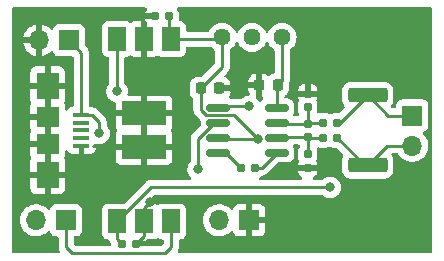
<source format=gbr>
%TF.GenerationSoftware,KiCad,Pcbnew,(6.0.0)*%
%TF.CreationDate,2022-12-15T22:30:45+01:00*%
%TF.ProjectId,current_measurement,63757272-656e-4745-9f6d-656173757265,2.0*%
%TF.SameCoordinates,Original*%
%TF.FileFunction,Copper,L1,Top*%
%TF.FilePolarity,Positive*%
%FSLAX46Y46*%
G04 Gerber Fmt 4.6, Leading zero omitted, Abs format (unit mm)*
G04 Created by KiCad (PCBNEW (6.0.0)) date 2022-12-15 22:30:45*
%MOMM*%
%LPD*%
G01*
G04 APERTURE LIST*
G04 Aperture macros list*
%AMRoundRect*
0 Rectangle with rounded corners*
0 $1 Rounding radius*
0 $2 $3 $4 $5 $6 $7 $8 $9 X,Y pos of 4 corners*
0 Add a 4 corners polygon primitive as box body*
4,1,4,$2,$3,$4,$5,$6,$7,$8,$9,$2,$3,0*
0 Add four circle primitives for the rounded corners*
1,1,$1+$1,$2,$3*
1,1,$1+$1,$4,$5*
1,1,$1+$1,$6,$7*
1,1,$1+$1,$8,$9*
0 Add four rect primitives between the rounded corners*
20,1,$1+$1,$2,$3,$4,$5,0*
20,1,$1+$1,$4,$5,$6,$7,0*
20,1,$1+$1,$6,$7,$8,$9,0*
20,1,$1+$1,$8,$9,$2,$3,0*%
G04 Aperture macros list end*
%TA.AperFunction,SMDPad,CuDef*%
%ADD10RoundRect,0.150000X0.825000X0.150000X-0.825000X0.150000X-0.825000X-0.150000X0.825000X-0.150000X0*%
%TD*%
%TA.AperFunction,SMDPad,CuDef*%
%ADD11R,3.800000X2.000000*%
%TD*%
%TA.AperFunction,SMDPad,CuDef*%
%ADD12R,1.500000X2.000000*%
%TD*%
%TA.AperFunction,SMDPad,CuDef*%
%ADD13RoundRect,0.155000X0.212500X0.155000X-0.212500X0.155000X-0.212500X-0.155000X0.212500X-0.155000X0*%
%TD*%
%TA.AperFunction,SMDPad,CuDef*%
%ADD14RoundRect,0.155000X-0.212500X-0.155000X0.212500X-0.155000X0.212500X0.155000X-0.212500X0.155000X0*%
%TD*%
%TA.AperFunction,ComponentPad*%
%ADD15C,1.440000*%
%TD*%
%TA.AperFunction,SMDPad,CuDef*%
%ADD16RoundRect,0.160000X0.197500X0.160000X-0.197500X0.160000X-0.197500X-0.160000X0.197500X-0.160000X0*%
%TD*%
%TA.AperFunction,SMDPad,CuDef*%
%ADD17RoundRect,0.160000X-0.197500X-0.160000X0.197500X-0.160000X0.197500X0.160000X-0.197500X0.160000X0*%
%TD*%
%TA.AperFunction,SMDPad,CuDef*%
%ADD18RoundRect,0.250000X1.425000X-0.362500X1.425000X0.362500X-1.425000X0.362500X-1.425000X-0.362500X0*%
%TD*%
%TA.AperFunction,ComponentPad*%
%ADD19R,1.700000X1.700000*%
%TD*%
%TA.AperFunction,ComponentPad*%
%ADD20O,1.700000X1.700000*%
%TD*%
%TA.AperFunction,SMDPad,CuDef*%
%ADD21R,1.900000X1.800000*%
%TD*%
%TA.AperFunction,SMDPad,CuDef*%
%ADD22R,1.900000X2.300000*%
%TD*%
%TA.AperFunction,SMDPad,CuDef*%
%ADD23R,1.400000X0.400000*%
%TD*%
%TA.AperFunction,SMDPad,CuDef*%
%ADD24RoundRect,0.225000X-0.225000X-0.250000X0.225000X-0.250000X0.225000X0.250000X-0.225000X0.250000X0*%
%TD*%
%TA.AperFunction,SMDPad,CuDef*%
%ADD25RoundRect,0.225000X0.225000X0.250000X-0.225000X0.250000X-0.225000X-0.250000X0.225000X-0.250000X0*%
%TD*%
%TA.AperFunction,SMDPad,CuDef*%
%ADD26RoundRect,0.155000X0.155000X-0.212500X0.155000X0.212500X-0.155000X0.212500X-0.155000X-0.212500X0*%
%TD*%
%TA.AperFunction,ViaPad*%
%ADD27C,0.800000*%
%TD*%
%TA.AperFunction,Conductor*%
%ADD28C,0.250000*%
%TD*%
G04 APERTURE END LIST*
D10*
%TO.P,U3,1,Rg*%
%TO.N,Net-(R7-Pad1)*%
X116140000Y-73025000D03*
%TO.P,U3,2,-*%
%TO.N,Net-(C5-Pad2)*%
X116140000Y-71755000D03*
%TO.P,U3,3,+*%
%TO.N,Net-(C6-Pad1)*%
X116140000Y-70485000D03*
%TO.P,U3,4,Vs-*%
%TO.N,-10V*%
X116140000Y-69215000D03*
%TO.P,U3,5,Ref*%
%TO.N,Net-(U3-Pad5)*%
X111190000Y-69215000D03*
%TO.P,U3,6*%
%TO.N,Net-(J3-Pad2)*%
X111190000Y-70485000D03*
%TO.P,U3,7,Vs+*%
%TO.N,+10V*%
X111190000Y-71755000D03*
%TO.P,U3,8,Rg*%
%TO.N,Net-(R7-Pad2)*%
X111190000Y-73025000D03*
%TD*%
D11*
%TO.P,U6,2,GND*%
%TO.N,GND*%
X104902000Y-72542000D03*
D12*
X104902000Y-78842000D03*
%TO.P,U6,3,IN*%
%TO.N,Net-(U1-Pad4)*%
X107202000Y-78842000D03*
%TO.P,U6,1,OUT*%
%TO.N,-10V*%
X102602000Y-78842000D03*
%TD*%
%TO.P,U5,1,OUT*%
%TO.N,+10V*%
X107202000Y-63398000D03*
%TO.P,U5,3,IN*%
%TO.N,Net-(C3-Pad1)*%
X102602000Y-63398000D03*
%TO.P,U5,2,GND*%
%TO.N,GND*%
X104902000Y-63398000D03*
D11*
X104902000Y-69698000D03*
%TD*%
D13*
%TO.P,C11,1*%
%TO.N,GND*%
X104199500Y-80772000D03*
%TO.P,C11,2*%
%TO.N,-10V*%
X103064500Y-80772000D03*
%TD*%
D14*
%TO.P,C10,1*%
%TO.N,GND*%
X105858500Y-61468000D03*
%TO.P,C10,2*%
%TO.N,+10V*%
X106993500Y-61468000D03*
%TD*%
D15*
%TO.P,RV1,3,3*%
%TO.N,+10V*%
X111506000Y-63246000D03*
%TO.P,RV1,2,2*%
%TO.N,Net-(R3-Pad2)*%
X114046000Y-63246000D03*
%TO.P,RV1,1,1*%
%TO.N,-10V*%
X116586000Y-63246000D03*
%TD*%
D16*
%TO.P,R7,1*%
%TO.N,Net-(R7-Pad1)*%
X114262500Y-74295000D03*
%TO.P,R7,2*%
%TO.N,Net-(R7-Pad2)*%
X113067500Y-74295000D03*
%TD*%
D17*
%TO.P,R6,1*%
%TO.N,Net-(C6-Pad1)*%
X120052500Y-70485000D03*
%TO.P,R6,2*%
%TO.N,Net-(J2-Pad1)*%
X121247500Y-70485000D03*
%TD*%
%TO.P,R5,1*%
%TO.N,Net-(C5-Pad2)*%
X120052500Y-71755000D03*
%TO.P,R5,2*%
%TO.N,Net-(J2-Pad2)*%
X121247500Y-71755000D03*
%TD*%
D18*
%TO.P,R4,1*%
%TO.N,Net-(J2-Pad2)*%
X123825000Y-74082500D03*
%TO.P,R4,2*%
%TO.N,Net-(J2-Pad1)*%
X123825000Y-68157500D03*
%TD*%
D19*
%TO.P,J5,1,Pin_1*%
%TO.N,Net-(U1-Pad4)*%
X98303000Y-78740000D03*
D20*
%TO.P,J5,2,Pin_2*%
%TO.N,Net-(C3-Pad1)*%
X95763000Y-78740000D03*
%TD*%
D21*
%TO.P,J4,6,Shield*%
%TO.N,GND*%
X96744000Y-72270000D03*
X96744000Y-69970000D03*
D22*
X96744000Y-74870000D03*
X96744000Y-67370000D03*
D23*
%TO.P,J4,5,GND*%
X99594000Y-72420000D03*
%TO.P,J4,4,ID*%
%TO.N,unconnected-(J4-Pad4)*%
X99594000Y-71770000D03*
%TO.P,J4,3,D+*%
%TO.N,unconnected-(J4-Pad3)*%
X99594000Y-71120000D03*
%TO.P,J4,2,D-*%
%TO.N,unconnected-(J4-Pad2)*%
X99594000Y-70470000D03*
%TO.P,J4,1,VBUS*%
%TO.N,+5V*%
X99594000Y-69820000D03*
%TD*%
D19*
%TO.P,J3,1,Pin_1*%
%TO.N,GND*%
X113797000Y-78740000D03*
D20*
%TO.P,J3,2,Pin_2*%
%TO.N,Net-(J3-Pad2)*%
X111257000Y-78740000D03*
%TD*%
D19*
%TO.P,J2,1,Pin_1*%
%TO.N,Net-(J2-Pad1)*%
X127610000Y-69870000D03*
D20*
%TO.P,J2,2,Pin_2*%
%TO.N,Net-(J2-Pad2)*%
X127610000Y-72410000D03*
%TD*%
%TO.P,J1,2,Pin_2*%
%TO.N,GND*%
X96017000Y-63500000D03*
D19*
%TO.P,J1,1,Pin_1*%
%TO.N,+5V*%
X98557000Y-63500000D03*
%TD*%
D24*
%TO.P,C9,1*%
%TO.N,+10V*%
X109715000Y-67564000D03*
%TO.P,C9,2*%
%TO.N,GND*%
X111265000Y-67564000D03*
%TD*%
D25*
%TO.P,C8,1*%
%TO.N,-10V*%
X116205000Y-67310000D03*
%TO.P,C8,2*%
%TO.N,GND*%
X114655000Y-67310000D03*
%TD*%
D26*
%TO.P,C7,1*%
%TO.N,Net-(C5-Pad2)*%
X118745000Y-71687500D03*
%TO.P,C7,2*%
%TO.N,Net-(C6-Pad1)*%
X118745000Y-70552500D03*
%TD*%
%TO.P,C6,1*%
%TO.N,Net-(C6-Pad1)*%
X118745000Y-69147500D03*
%TO.P,C6,2*%
%TO.N,GND*%
X118745000Y-68012500D03*
%TD*%
%TO.P,C5,1*%
%TO.N,GND*%
X118745000Y-74295000D03*
%TO.P,C5,2*%
%TO.N,Net-(C5-Pad2)*%
X118745000Y-73160000D03*
%TD*%
D27*
%TO.N,Net-(U3-Pad5)*%
X113792000Y-69088000D03*
%TO.N,GND*%
X112517701Y-67568299D03*
%TO.N,Net-(J3-Pad2)*%
X109474000Y-74422000D03*
%TO.N,GND*%
X105410000Y-77216000D03*
%TO.N,Net-(C3-Pad1)*%
X102616000Y-67818000D03*
%TO.N,-10V*%
X120650000Y-75946000D03*
%TO.N,+5V*%
X101092000Y-71374000D03*
%TO.N,+10V*%
X114565500Y-71882000D03*
%TD*%
D28*
%TO.N,Net-(U3-Pad5)*%
X111317000Y-69088000D02*
X113792000Y-69088000D01*
X111190000Y-69215000D02*
X111317000Y-69088000D01*
%TO.N,GND*%
X112776000Y-67310000D02*
X112517701Y-67568299D01*
X114655000Y-67310000D02*
X112776000Y-67310000D01*
X111269299Y-67568299D02*
X111265000Y-67564000D01*
X112517701Y-67568299D02*
X111269299Y-67568299D01*
%TO.N,+10V*%
X110178928Y-69850000D02*
X112533500Y-69850000D01*
X109715000Y-69386072D02*
X110178928Y-69850000D01*
X112533500Y-69850000D02*
X114565500Y-71882000D01*
X109715000Y-67564000D02*
X109715000Y-69386072D01*
%TO.N,Net-(J3-Pad2)*%
X109474000Y-71824928D02*
X110813928Y-70485000D01*
X109474000Y-74422000D02*
X109474000Y-71824928D01*
%TO.N,GND*%
X104902000Y-77724000D02*
X105410000Y-77216000D01*
X104902000Y-78842000D02*
X104902000Y-77724000D01*
%TO.N,Net-(C3-Pad1)*%
X102602000Y-67804000D02*
X102616000Y-67818000D01*
X102602000Y-63398000D02*
X102602000Y-67804000D01*
%TO.N,-10V*%
X105498000Y-75946000D02*
X120650000Y-75946000D01*
X102602000Y-78842000D02*
X105498000Y-75946000D01*
%TO.N,+10V*%
X111506000Y-65773000D02*
X109715000Y-67564000D01*
X111506000Y-63246000D02*
X111506000Y-65773000D01*
X111354000Y-63398000D02*
X111506000Y-63246000D01*
X107202000Y-63398000D02*
X111354000Y-63398000D01*
X106993500Y-63189500D02*
X107202000Y-63398000D01*
X106993500Y-61468000D02*
X106993500Y-63189500D01*
%TO.N,-10V*%
X116205000Y-67310000D02*
X116586000Y-66929000D01*
X116586000Y-66929000D02*
X116586000Y-63246000D01*
%TO.N,Net-(U1-Pad4)*%
X106680000Y-81534000D02*
X107202000Y-81012000D01*
X107202000Y-81012000D02*
X107202000Y-78842000D01*
X98806000Y-81534000D02*
X106680000Y-81534000D01*
X98303000Y-81031000D02*
X98806000Y-81534000D01*
X98303000Y-78740000D02*
X98303000Y-81031000D01*
%TO.N,+5V*%
X100493022Y-69820000D02*
X99594000Y-69820000D01*
X101092000Y-70418978D02*
X100493022Y-69820000D01*
X101092000Y-71374000D02*
X101092000Y-70418978D01*
X99594000Y-69820000D02*
X99594000Y-64537000D01*
X99594000Y-64537000D02*
X98557000Y-63500000D01*
%TO.N,GND*%
X104902000Y-80069500D02*
X104199500Y-80772000D01*
X104902000Y-78842000D02*
X104902000Y-80069500D01*
%TO.N,-10V*%
X102602000Y-78842000D02*
X102602000Y-80309500D01*
X102602000Y-80309500D02*
X103064500Y-80772000D01*
%TO.N,+10V*%
X111317000Y-71882000D02*
X114565500Y-71882000D01*
X111190000Y-71755000D02*
X111317000Y-71882000D01*
%TO.N,Net-(J3-Pad2)*%
X111190000Y-70485000D02*
X110813928Y-70485000D01*
%TO.N,Net-(R7-Pad2)*%
X111797500Y-73025000D02*
X113067500Y-74295000D01*
X111190000Y-73025000D02*
X111797500Y-73025000D01*
%TO.N,-10V*%
X116140000Y-67375000D02*
X116205000Y-67310000D01*
X116140000Y-69215000D02*
X116140000Y-67375000D01*
%TO.N,Net-(R7-Pad1)*%
X114870000Y-74295000D02*
X116140000Y-73025000D01*
X114262500Y-74295000D02*
X114870000Y-74295000D01*
%TO.N,Net-(C6-Pad1)*%
X118745000Y-70552500D02*
X118745000Y-69147500D01*
X116207500Y-70552500D02*
X116140000Y-70485000D01*
X118745000Y-70552500D02*
X116207500Y-70552500D01*
X118812500Y-70485000D02*
X118745000Y-70552500D01*
X120052500Y-70485000D02*
X118812500Y-70485000D01*
%TO.N,Net-(C5-Pad2)*%
X116207500Y-71687500D02*
X116140000Y-71755000D01*
X118745000Y-71687500D02*
X116207500Y-71687500D01*
X118745000Y-71687500D02*
X118745000Y-73160000D01*
X120052500Y-71755000D02*
X118812500Y-71755000D01*
X118812500Y-71755000D02*
X118745000Y-71687500D01*
%TO.N,Net-(J2-Pad1)*%
X121497500Y-70485000D02*
X123825000Y-68157500D01*
X121247500Y-70485000D02*
X121497500Y-70485000D01*
%TO.N,Net-(J2-Pad2)*%
X121247500Y-71755000D02*
X123575000Y-74082500D01*
X123575000Y-74082500D02*
X123825000Y-74082500D01*
X123825000Y-74082500D02*
X123358500Y-74082500D01*
X125497500Y-72410000D02*
X123825000Y-74082500D01*
X127610000Y-72410000D02*
X125497500Y-72410000D01*
%TO.N,Net-(J2-Pad1)*%
X125537500Y-69870000D02*
X123825000Y-68157500D01*
X127610000Y-69870000D02*
X125537500Y-69870000D01*
%TD*%
%TA.AperFunction,Conductor*%
%TO.N,GND*%
G36*
X105083620Y-60726002D02*
G01*
X105130113Y-60779658D01*
X105140217Y-60849932D01*
X105118843Y-60899939D01*
X105120430Y-60900900D01*
X105041235Y-61031666D01*
X105035029Y-61045411D01*
X104991313Y-61184912D01*
X104988991Y-61196503D01*
X104991806Y-61210835D01*
X105003702Y-61214000D01*
X105986500Y-61214000D01*
X106054621Y-61234002D01*
X106101114Y-61287658D01*
X106112500Y-61340000D01*
X106112500Y-61596000D01*
X106092498Y-61664121D01*
X106038842Y-61710614D01*
X105986500Y-61722000D01*
X105005342Y-61722000D01*
X104990797Y-61726271D01*
X104988752Y-61738302D01*
X104991313Y-61751088D01*
X105016892Y-61832712D01*
X105025720Y-61845917D01*
X105045711Y-61854613D01*
X105098121Y-61870002D01*
X105144614Y-61923658D01*
X105156000Y-61976000D01*
X105156000Y-64887884D01*
X105160475Y-64903123D01*
X105161865Y-64904328D01*
X105169548Y-64905999D01*
X105696669Y-64905999D01*
X105703490Y-64905629D01*
X105754352Y-64900105D01*
X105769604Y-64896479D01*
X105890054Y-64851324D01*
X105905648Y-64842786D01*
X105976018Y-64790047D01*
X106042524Y-64765199D01*
X106111907Y-64780252D01*
X106127148Y-64790047D01*
X106205295Y-64848615D01*
X106341684Y-64899745D01*
X106403866Y-64906500D01*
X108000134Y-64906500D01*
X108062316Y-64899745D01*
X108198705Y-64848615D01*
X108315261Y-64761261D01*
X108402615Y-64644705D01*
X108453745Y-64508316D01*
X108460500Y-64446134D01*
X108460500Y-64157500D01*
X108480502Y-64089379D01*
X108534158Y-64042886D01*
X108586500Y-64031500D01*
X110501948Y-64031500D01*
X110570069Y-64051502D01*
X110591043Y-64068405D01*
X110713319Y-64190681D01*
X110808653Y-64257434D01*
X110818770Y-64264518D01*
X110863099Y-64319975D01*
X110872500Y-64367731D01*
X110872500Y-65458405D01*
X110852498Y-65526526D01*
X110835595Y-65547500D01*
X109839500Y-66543595D01*
X109777188Y-66577621D01*
X109750405Y-66580500D01*
X109441268Y-66580500D01*
X109438022Y-66580837D01*
X109438018Y-66580837D01*
X109403917Y-66584375D01*
X109338981Y-66591113D01*
X109332440Y-66593295D01*
X109332441Y-66593295D01*
X109183676Y-66642927D01*
X109183674Y-66642928D01*
X109176732Y-66645244D01*
X109031287Y-66735248D01*
X108910448Y-66856298D01*
X108906608Y-66862528D01*
X108906607Y-66862529D01*
X108840942Y-66969058D01*
X108820698Y-67001899D01*
X108766851Y-67164243D01*
X108766151Y-67171080D01*
X108766150Y-67171082D01*
X108763628Y-67195695D01*
X108756500Y-67265268D01*
X108756500Y-67862732D01*
X108756837Y-67865978D01*
X108756837Y-67865982D01*
X108760375Y-67900083D01*
X108767113Y-67965019D01*
X108821244Y-68127268D01*
X108825096Y-68133492D01*
X108825096Y-68133493D01*
X108877288Y-68217834D01*
X108911248Y-68272713D01*
X108916430Y-68277886D01*
X108935459Y-68296882D01*
X109032298Y-68393552D01*
X109034670Y-68395014D01*
X109074655Y-68451412D01*
X109081500Y-68492376D01*
X109081500Y-69307305D01*
X109080973Y-69318488D01*
X109079298Y-69325981D01*
X109079547Y-69333907D01*
X109079547Y-69333908D01*
X109081438Y-69394058D01*
X109081500Y-69398017D01*
X109081500Y-69425928D01*
X109081997Y-69429862D01*
X109081997Y-69429863D01*
X109082005Y-69429928D01*
X109082938Y-69441765D01*
X109084327Y-69485961D01*
X109089978Y-69505411D01*
X109093987Y-69524772D01*
X109096526Y-69544869D01*
X109099445Y-69552240D01*
X109099445Y-69552242D01*
X109112804Y-69585984D01*
X109116649Y-69597214D01*
X109123151Y-69619595D01*
X109128982Y-69639665D01*
X109133015Y-69646484D01*
X109133017Y-69646489D01*
X109139293Y-69657100D01*
X109147988Y-69674848D01*
X109155448Y-69693689D01*
X109160110Y-69700105D01*
X109160110Y-69700106D01*
X109181436Y-69729459D01*
X109187952Y-69739379D01*
X109201304Y-69761955D01*
X109210458Y-69777434D01*
X109224779Y-69791755D01*
X109237619Y-69806788D01*
X109249528Y-69823179D01*
X109281949Y-69850000D01*
X109283605Y-69851370D01*
X109292384Y-69859360D01*
X109669595Y-70236571D01*
X109703621Y-70298883D01*
X109706500Y-70325666D01*
X109706500Y-70644333D01*
X109686498Y-70712454D01*
X109669595Y-70733428D01*
X109081747Y-71321276D01*
X109073461Y-71328816D01*
X109066982Y-71332928D01*
X109061557Y-71338705D01*
X109020357Y-71382579D01*
X109017602Y-71385421D01*
X108997865Y-71405158D01*
X108995385Y-71408355D01*
X108987682Y-71417375D01*
X108957414Y-71449607D01*
X108953595Y-71456553D01*
X108953593Y-71456556D01*
X108947652Y-71467362D01*
X108936801Y-71483881D01*
X108924386Y-71499887D01*
X108921241Y-71507156D01*
X108921238Y-71507160D01*
X108906826Y-71540465D01*
X108901609Y-71551115D01*
X108880305Y-71589868D01*
X108878334Y-71597543D01*
X108878334Y-71597544D01*
X108875267Y-71609490D01*
X108868863Y-71628194D01*
X108860819Y-71646783D01*
X108859580Y-71654606D01*
X108859577Y-71654616D01*
X108853901Y-71690452D01*
X108851495Y-71702072D01*
X108840500Y-71744898D01*
X108840500Y-71765152D01*
X108838949Y-71784862D01*
X108835780Y-71804871D01*
X108836526Y-71812763D01*
X108839941Y-71848889D01*
X108840500Y-71860747D01*
X108840500Y-73719476D01*
X108820498Y-73787597D01*
X108808142Y-73803779D01*
X108734960Y-73885056D01*
X108731659Y-73890774D01*
X108643116Y-74044135D01*
X108639473Y-74050444D01*
X108580458Y-74232072D01*
X108560496Y-74422000D01*
X108561186Y-74428565D01*
X108576863Y-74577719D01*
X108580458Y-74611928D01*
X108639473Y-74793556D01*
X108642776Y-74799278D01*
X108642777Y-74799279D01*
X108674689Y-74854552D01*
X108734960Y-74958944D01*
X108739378Y-74963851D01*
X108739379Y-74963852D01*
X108862747Y-75100866D01*
X108860868Y-75102558D01*
X108892136Y-75153328D01*
X108890774Y-75224312D01*
X108851251Y-75283290D01*
X108786116Y-75311539D01*
X108770581Y-75312500D01*
X105576763Y-75312500D01*
X105565579Y-75311973D01*
X105558091Y-75310299D01*
X105550168Y-75310548D01*
X105490033Y-75312438D01*
X105486075Y-75312500D01*
X105458144Y-75312500D01*
X105454229Y-75312995D01*
X105454225Y-75312995D01*
X105454167Y-75313003D01*
X105454138Y-75313006D01*
X105442296Y-75313939D01*
X105398110Y-75315327D01*
X105380744Y-75320372D01*
X105378658Y-75320978D01*
X105359306Y-75324986D01*
X105347068Y-75326532D01*
X105347066Y-75326533D01*
X105339203Y-75327526D01*
X105298086Y-75343806D01*
X105286885Y-75347641D01*
X105244406Y-75359982D01*
X105237587Y-75364015D01*
X105237582Y-75364017D01*
X105226971Y-75370293D01*
X105209221Y-75378990D01*
X105190383Y-75386448D01*
X105183967Y-75391109D01*
X105183966Y-75391110D01*
X105154625Y-75412428D01*
X105144701Y-75418947D01*
X105113460Y-75437422D01*
X105113455Y-75437426D01*
X105106637Y-75441458D01*
X105092313Y-75455782D01*
X105077281Y-75468621D01*
X105060893Y-75480528D01*
X105032712Y-75514593D01*
X105024722Y-75523373D01*
X103251500Y-77296595D01*
X103189188Y-77330621D01*
X103162405Y-77333500D01*
X101803866Y-77333500D01*
X101741684Y-77340255D01*
X101605295Y-77391385D01*
X101488739Y-77478739D01*
X101401385Y-77595295D01*
X101350255Y-77731684D01*
X101343500Y-77793866D01*
X101343500Y-79890134D01*
X101350255Y-79952316D01*
X101401385Y-80088705D01*
X101488739Y-80205261D01*
X101605295Y-80292615D01*
X101741684Y-80343745D01*
X101803866Y-80350500D01*
X101857561Y-80350500D01*
X101925682Y-80370502D01*
X101972175Y-80424158D01*
X101980324Y-80452818D01*
X101980562Y-80452757D01*
X101982532Y-80460430D01*
X101983526Y-80468297D01*
X101986445Y-80475668D01*
X101986445Y-80475670D01*
X101999804Y-80509412D01*
X102003649Y-80520642D01*
X102015982Y-80563093D01*
X102020015Y-80569912D01*
X102020017Y-80569917D01*
X102026293Y-80580528D01*
X102034988Y-80598276D01*
X102042448Y-80617117D01*
X102047110Y-80623533D01*
X102047110Y-80623534D01*
X102068436Y-80652887D01*
X102074952Y-80662807D01*
X102097107Y-80700269D01*
X102097108Y-80700271D01*
X102097458Y-80700862D01*
X102097363Y-80700918D01*
X102121879Y-80763354D01*
X102107981Y-80832977D01*
X102058649Y-80884034D01*
X101996373Y-80900500D01*
X99120595Y-80900500D01*
X99052474Y-80880498D01*
X99031500Y-80863595D01*
X98973405Y-80805500D01*
X98939379Y-80743188D01*
X98936500Y-80716405D01*
X98936500Y-80224500D01*
X98956502Y-80156379D01*
X99010158Y-80109886D01*
X99062500Y-80098500D01*
X99201134Y-80098500D01*
X99263316Y-80091745D01*
X99399705Y-80040615D01*
X99516261Y-79953261D01*
X99603615Y-79836705D01*
X99654745Y-79700316D01*
X99661500Y-79638134D01*
X99661500Y-77841866D01*
X99654745Y-77779684D01*
X99603615Y-77643295D01*
X99516261Y-77526739D01*
X99399705Y-77439385D01*
X99263316Y-77388255D01*
X99201134Y-77381500D01*
X97404866Y-77381500D01*
X97342684Y-77388255D01*
X97206295Y-77439385D01*
X97089739Y-77526739D01*
X97002385Y-77643295D01*
X96999233Y-77651703D01*
X96957919Y-77761907D01*
X96915277Y-77818671D01*
X96848716Y-77843371D01*
X96779367Y-77828163D01*
X96746743Y-77802476D01*
X96696151Y-77746875D01*
X96696142Y-77746866D01*
X96692670Y-77743051D01*
X96688619Y-77739852D01*
X96688615Y-77739848D01*
X96521414Y-77607800D01*
X96521410Y-77607798D01*
X96517359Y-77604598D01*
X96321789Y-77496638D01*
X96316920Y-77494914D01*
X96316916Y-77494912D01*
X96116087Y-77423795D01*
X96116083Y-77423794D01*
X96111212Y-77422069D01*
X96106119Y-77421162D01*
X96106116Y-77421161D01*
X95896373Y-77383800D01*
X95896367Y-77383799D01*
X95891284Y-77382894D01*
X95817452Y-77381992D01*
X95673081Y-77380228D01*
X95673079Y-77380228D01*
X95667911Y-77380165D01*
X95447091Y-77413955D01*
X95234756Y-77483357D01*
X95036607Y-77586507D01*
X95032474Y-77589610D01*
X95032471Y-77589612D01*
X94949450Y-77651946D01*
X94857965Y-77720635D01*
X94818525Y-77761907D01*
X94764280Y-77818671D01*
X94703629Y-77882138D01*
X94577743Y-78066680D01*
X94483688Y-78269305D01*
X94423989Y-78484570D01*
X94400251Y-78706695D01*
X94413110Y-78929715D01*
X94414247Y-78934761D01*
X94414248Y-78934767D01*
X94428606Y-78998475D01*
X94462222Y-79147639D01*
X94546266Y-79354616D01*
X94662987Y-79545088D01*
X94809250Y-79713938D01*
X94981126Y-79856632D01*
X95174000Y-79969338D01*
X95382692Y-80049030D01*
X95387760Y-80050061D01*
X95387763Y-80050062D01*
X95495017Y-80071883D01*
X95601597Y-80093567D01*
X95606772Y-80093757D01*
X95606774Y-80093757D01*
X95819673Y-80101564D01*
X95819677Y-80101564D01*
X95824837Y-80101753D01*
X95829957Y-80101097D01*
X95829959Y-80101097D01*
X96041288Y-80074025D01*
X96041289Y-80074025D01*
X96046416Y-80073368D01*
X96051366Y-80071883D01*
X96255429Y-80010661D01*
X96255434Y-80010659D01*
X96260384Y-80009174D01*
X96460994Y-79910896D01*
X96642860Y-79781173D01*
X96751091Y-79673319D01*
X96813462Y-79639404D01*
X96884268Y-79644592D01*
X96941030Y-79687238D01*
X96958012Y-79718341D01*
X97002385Y-79836705D01*
X97089739Y-79953261D01*
X97206295Y-80040615D01*
X97342684Y-80091745D01*
X97404866Y-80098500D01*
X97543500Y-80098500D01*
X97611621Y-80118502D01*
X97658114Y-80172158D01*
X97669500Y-80224500D01*
X97669500Y-80952233D01*
X97668973Y-80963416D01*
X97667298Y-80970909D01*
X97667547Y-80978835D01*
X97667547Y-80978836D01*
X97669438Y-81038986D01*
X97669500Y-81042945D01*
X97669500Y-81070856D01*
X97669997Y-81074790D01*
X97669997Y-81074791D01*
X97670005Y-81074856D01*
X97670938Y-81086693D01*
X97672327Y-81130889D01*
X97676857Y-81146481D01*
X97677978Y-81150339D01*
X97681987Y-81169700D01*
X97684526Y-81189797D01*
X97687445Y-81197168D01*
X97687445Y-81197170D01*
X97700804Y-81230912D01*
X97704649Y-81242142D01*
X97714771Y-81276983D01*
X97716982Y-81284593D01*
X97721015Y-81291412D01*
X97721017Y-81291417D01*
X97727293Y-81302028D01*
X97735988Y-81319776D01*
X97743448Y-81338617D01*
X97748106Y-81345029D01*
X97749356Y-81347302D01*
X97764644Y-81416634D01*
X97740021Y-81483224D01*
X97683306Y-81525931D01*
X97638940Y-81534000D01*
X93852000Y-81534000D01*
X93783879Y-81513998D01*
X93737386Y-81460342D01*
X93726000Y-81408000D01*
X93726000Y-76064669D01*
X95286001Y-76064669D01*
X95286371Y-76071490D01*
X95291895Y-76122352D01*
X95295521Y-76137604D01*
X95340676Y-76258054D01*
X95349214Y-76273649D01*
X95425715Y-76375724D01*
X95438276Y-76388285D01*
X95540351Y-76464786D01*
X95555946Y-76473324D01*
X95676394Y-76518478D01*
X95691649Y-76522105D01*
X95742514Y-76527631D01*
X95749328Y-76528000D01*
X96471885Y-76528000D01*
X96487124Y-76523525D01*
X96488329Y-76522135D01*
X96490000Y-76514452D01*
X96490000Y-76509884D01*
X96998000Y-76509884D01*
X97002475Y-76525123D01*
X97003865Y-76526328D01*
X97011548Y-76527999D01*
X97738669Y-76527999D01*
X97745490Y-76527629D01*
X97796352Y-76522105D01*
X97811604Y-76518479D01*
X97932054Y-76473324D01*
X97947649Y-76464786D01*
X98049724Y-76388285D01*
X98062285Y-76375724D01*
X98138786Y-76273649D01*
X98147324Y-76258054D01*
X98192478Y-76137606D01*
X98196105Y-76122351D01*
X98201631Y-76071486D01*
X98202000Y-76064672D01*
X98202000Y-75142115D01*
X98197525Y-75126876D01*
X98196135Y-75125671D01*
X98188452Y-75124000D01*
X97016115Y-75124000D01*
X97000876Y-75128475D01*
X96999671Y-75129865D01*
X96998000Y-75137548D01*
X96998000Y-76509884D01*
X96490000Y-76509884D01*
X96490000Y-75142115D01*
X96485525Y-75126876D01*
X96484135Y-75125671D01*
X96476452Y-75124000D01*
X95304116Y-75124000D01*
X95288877Y-75128475D01*
X95287672Y-75129865D01*
X95286001Y-75137548D01*
X95286001Y-76064669D01*
X93726000Y-76064669D01*
X93726000Y-74597885D01*
X95286000Y-74597885D01*
X95290475Y-74613124D01*
X95291865Y-74614329D01*
X95299548Y-74616000D01*
X96471885Y-74616000D01*
X96487124Y-74611525D01*
X96488329Y-74610135D01*
X96490000Y-74602452D01*
X96490000Y-72542115D01*
X96485525Y-72526876D01*
X96484135Y-72525671D01*
X96476452Y-72524000D01*
X95304116Y-72524000D01*
X95288877Y-72528475D01*
X95287672Y-72529865D01*
X95286001Y-72537548D01*
X95286001Y-73214669D01*
X95286371Y-73221490D01*
X95291895Y-73272352D01*
X95295522Y-73287606D01*
X95337945Y-73400771D01*
X95343128Y-73471578D01*
X95337945Y-73489229D01*
X95295522Y-73602391D01*
X95291895Y-73617649D01*
X95286369Y-73668514D01*
X95286000Y-73675328D01*
X95286000Y-74597885D01*
X93726000Y-74597885D01*
X93726000Y-71997885D01*
X95286000Y-71997885D01*
X95290475Y-72013124D01*
X95291865Y-72014329D01*
X95299548Y-72016000D01*
X96471885Y-72016000D01*
X96487124Y-72011525D01*
X96488329Y-72010135D01*
X96490000Y-72002452D01*
X96490000Y-70242115D01*
X96485525Y-70226876D01*
X96484135Y-70225671D01*
X96476452Y-70224000D01*
X95304116Y-70224000D01*
X95288877Y-70228475D01*
X95287672Y-70229865D01*
X95286001Y-70237548D01*
X95286001Y-70914669D01*
X95286371Y-70921490D01*
X95291895Y-70972352D01*
X95295521Y-70987604D01*
X95328573Y-71075770D01*
X95333756Y-71146578D01*
X95328573Y-71164230D01*
X95295522Y-71252394D01*
X95291895Y-71267649D01*
X95286369Y-71318514D01*
X95286000Y-71325328D01*
X95286000Y-71997885D01*
X93726000Y-71997885D01*
X93726000Y-69697885D01*
X95286000Y-69697885D01*
X95290475Y-69713124D01*
X95291865Y-69714329D01*
X95299548Y-69716000D01*
X96471885Y-69716000D01*
X96487124Y-69711525D01*
X96488329Y-69710135D01*
X96490000Y-69702452D01*
X96490000Y-67642115D01*
X96485525Y-67626876D01*
X96484135Y-67625671D01*
X96476452Y-67624000D01*
X95304116Y-67624000D01*
X95288877Y-67628475D01*
X95287672Y-67629865D01*
X95286001Y-67637548D01*
X95286001Y-68564669D01*
X95286371Y-68571490D01*
X95291895Y-68622352D01*
X95295522Y-68637606D01*
X95337945Y-68750771D01*
X95343128Y-68821578D01*
X95337945Y-68839229D01*
X95295522Y-68952391D01*
X95291895Y-68967649D01*
X95286369Y-69018514D01*
X95286000Y-69025328D01*
X95286000Y-69697885D01*
X93726000Y-69697885D01*
X93726000Y-67097885D01*
X95286000Y-67097885D01*
X95290475Y-67113124D01*
X95291865Y-67114329D01*
X95299548Y-67116000D01*
X96471885Y-67116000D01*
X96487124Y-67111525D01*
X96488329Y-67110135D01*
X96490000Y-67102452D01*
X96490000Y-67097885D01*
X96998000Y-67097885D01*
X97002475Y-67113124D01*
X97003865Y-67114329D01*
X97011548Y-67116000D01*
X98183884Y-67116000D01*
X98199123Y-67111525D01*
X98200328Y-67110135D01*
X98201999Y-67102452D01*
X98201999Y-66175331D01*
X98201629Y-66168510D01*
X98196105Y-66117648D01*
X98192479Y-66102396D01*
X98147324Y-65981946D01*
X98138786Y-65966351D01*
X98062285Y-65864276D01*
X98049724Y-65851715D01*
X97947649Y-65775214D01*
X97932054Y-65766676D01*
X97811606Y-65721522D01*
X97796351Y-65717895D01*
X97745486Y-65712369D01*
X97738672Y-65712000D01*
X97016115Y-65712000D01*
X97000876Y-65716475D01*
X96999671Y-65717865D01*
X96998000Y-65725548D01*
X96998000Y-67097885D01*
X96490000Y-67097885D01*
X96490000Y-65730116D01*
X96485525Y-65714877D01*
X96484135Y-65713672D01*
X96476452Y-65712001D01*
X95749331Y-65712001D01*
X95742510Y-65712371D01*
X95691648Y-65717895D01*
X95676396Y-65721521D01*
X95555946Y-65766676D01*
X95540351Y-65775214D01*
X95438276Y-65851715D01*
X95425715Y-65864276D01*
X95349214Y-65966351D01*
X95340676Y-65981946D01*
X95295522Y-66102394D01*
X95291895Y-66117649D01*
X95286369Y-66168514D01*
X95286000Y-66175328D01*
X95286000Y-67097885D01*
X93726000Y-67097885D01*
X93726000Y-63767966D01*
X94685257Y-63767966D01*
X94715565Y-63902446D01*
X94718645Y-63912275D01*
X94798770Y-64109603D01*
X94803413Y-64118794D01*
X94914694Y-64300388D01*
X94920777Y-64308699D01*
X95060213Y-64469667D01*
X95067580Y-64476883D01*
X95231434Y-64612916D01*
X95239881Y-64618831D01*
X95423756Y-64726279D01*
X95433042Y-64730729D01*
X95632001Y-64806703D01*
X95641899Y-64809579D01*
X95745250Y-64830606D01*
X95759299Y-64829410D01*
X95763000Y-64819065D01*
X95763000Y-64818517D01*
X96271000Y-64818517D01*
X96275064Y-64832359D01*
X96288478Y-64834393D01*
X96295184Y-64833534D01*
X96305262Y-64831392D01*
X96509255Y-64770191D01*
X96518842Y-64766433D01*
X96710095Y-64672739D01*
X96718945Y-64667464D01*
X96892328Y-64543792D01*
X96900193Y-64537145D01*
X97004897Y-64432805D01*
X97067268Y-64398889D01*
X97138075Y-64404077D01*
X97194837Y-64446723D01*
X97211819Y-64477826D01*
X97217592Y-64493225D01*
X97256385Y-64596705D01*
X97343739Y-64713261D01*
X97460295Y-64800615D01*
X97596684Y-64851745D01*
X97658866Y-64858500D01*
X98834500Y-64858500D01*
X98902621Y-64878502D01*
X98949114Y-64932158D01*
X98960500Y-64984500D01*
X98960500Y-68986116D01*
X98940498Y-69054237D01*
X98886842Y-69100730D01*
X98845793Y-69110826D01*
X98845866Y-69111500D01*
X98783684Y-69118255D01*
X98647295Y-69169385D01*
X98530739Y-69256739D01*
X98520511Y-69270386D01*
X98450650Y-69363602D01*
X98443385Y-69373295D01*
X98440235Y-69381699D01*
X98438518Y-69384834D01*
X98388259Y-69434979D01*
X98318868Y-69449992D01*
X98252376Y-69425106D01*
X98209894Y-69368222D01*
X98201999Y-69324323D01*
X98201999Y-69025331D01*
X98201629Y-69018510D01*
X98196105Y-68967648D01*
X98192478Y-68952394D01*
X98150055Y-68839229D01*
X98144872Y-68768422D01*
X98150055Y-68750771D01*
X98192478Y-68637609D01*
X98196105Y-68622351D01*
X98201631Y-68571486D01*
X98202000Y-68564672D01*
X98202000Y-67642115D01*
X98197525Y-67626876D01*
X98196135Y-67625671D01*
X98188452Y-67624000D01*
X97016115Y-67624000D01*
X97000876Y-67628475D01*
X96999671Y-67629865D01*
X96998000Y-67637548D01*
X96998000Y-74597885D01*
X97002475Y-74613124D01*
X97003865Y-74614329D01*
X97011548Y-74616000D01*
X98183884Y-74616000D01*
X98199123Y-74611525D01*
X98200328Y-74610135D01*
X98201999Y-74602452D01*
X98201999Y-73675331D01*
X98201629Y-73668510D01*
X98196105Y-73617648D01*
X98192478Y-73602394D01*
X98186583Y-73586669D01*
X102494001Y-73586669D01*
X102494371Y-73593490D01*
X102499895Y-73644352D01*
X102503521Y-73659604D01*
X102548676Y-73780054D01*
X102557214Y-73795649D01*
X102633715Y-73897724D01*
X102646276Y-73910285D01*
X102748351Y-73986786D01*
X102763946Y-73995324D01*
X102884394Y-74040478D01*
X102899649Y-74044105D01*
X102950514Y-74049631D01*
X102957328Y-74050000D01*
X104629885Y-74050000D01*
X104645124Y-74045525D01*
X104646329Y-74044135D01*
X104648000Y-74036452D01*
X104648000Y-74031884D01*
X105156000Y-74031884D01*
X105160475Y-74047123D01*
X105161865Y-74048328D01*
X105169548Y-74049999D01*
X106846669Y-74049999D01*
X106853490Y-74049629D01*
X106904352Y-74044105D01*
X106919604Y-74040479D01*
X107040054Y-73995324D01*
X107055649Y-73986786D01*
X107157724Y-73910285D01*
X107170285Y-73897724D01*
X107246786Y-73795649D01*
X107255324Y-73780054D01*
X107300478Y-73659606D01*
X107304105Y-73644351D01*
X107309631Y-73593486D01*
X107310000Y-73586672D01*
X107310000Y-72814115D01*
X107305525Y-72798876D01*
X107304135Y-72797671D01*
X107296452Y-72796000D01*
X105174115Y-72796000D01*
X105158876Y-72800475D01*
X105157671Y-72801865D01*
X105156000Y-72809548D01*
X105156000Y-74031884D01*
X104648000Y-74031884D01*
X104648000Y-72814115D01*
X104643525Y-72798876D01*
X104642135Y-72797671D01*
X104634452Y-72796000D01*
X102512116Y-72796000D01*
X102496877Y-72800475D01*
X102495672Y-72801865D01*
X102494001Y-72809548D01*
X102494001Y-73586669D01*
X98186583Y-73586669D01*
X98150055Y-73489229D01*
X98144872Y-73418422D01*
X98150055Y-73400771D01*
X98192478Y-73287609D01*
X98196105Y-73272351D01*
X98201631Y-73221486D01*
X98202000Y-73214672D01*
X98202000Y-72914626D01*
X98222002Y-72846505D01*
X98275658Y-72800012D01*
X98345932Y-72789908D01*
X98410512Y-72819402D01*
X98438520Y-72854117D01*
X98449212Y-72873646D01*
X98525715Y-72975724D01*
X98538276Y-72988285D01*
X98640351Y-73064786D01*
X98655946Y-73073324D01*
X98776394Y-73118478D01*
X98791649Y-73122105D01*
X98842514Y-73127631D01*
X98849328Y-73128000D01*
X99375885Y-73128000D01*
X99391124Y-73123525D01*
X99392329Y-73122135D01*
X99394000Y-73114452D01*
X99394000Y-72604500D01*
X99414002Y-72536379D01*
X99467658Y-72489886D01*
X99520000Y-72478500D01*
X99671372Y-72478500D01*
X99739493Y-72498502D01*
X99785986Y-72552158D01*
X99796090Y-72622432D01*
X99794492Y-72631285D01*
X99794000Y-72633547D01*
X99794000Y-73109884D01*
X99798475Y-73125123D01*
X99799865Y-73126328D01*
X99807548Y-73127999D01*
X100338669Y-73127999D01*
X100345490Y-73127629D01*
X100396352Y-73122105D01*
X100411604Y-73118479D01*
X100532054Y-73073324D01*
X100547649Y-73064786D01*
X100649724Y-72988285D01*
X100662285Y-72975724D01*
X100738786Y-72873649D01*
X100747324Y-72858054D01*
X100792478Y-72737606D01*
X100796105Y-72722351D01*
X100801631Y-72671486D01*
X100802000Y-72664672D01*
X100802000Y-72638115D01*
X100797525Y-72622876D01*
X100796135Y-72621671D01*
X100788452Y-72620000D01*
X100652884Y-72620000D01*
X100584763Y-72599998D01*
X100538270Y-72546342D01*
X100528166Y-72476068D01*
X100557660Y-72411488D01*
X100577319Y-72393174D01*
X100601580Y-72374992D01*
X100657261Y-72333261D01*
X100688416Y-72291692D01*
X100745275Y-72249178D01*
X100815438Y-72244011D01*
X100990056Y-72281128D01*
X100990061Y-72281128D01*
X100996513Y-72282500D01*
X101187487Y-72282500D01*
X101193939Y-72281128D01*
X101193944Y-72281128D01*
X101246836Y-72269885D01*
X102494000Y-72269885D01*
X102498475Y-72285124D01*
X102499865Y-72286329D01*
X102507548Y-72288000D01*
X104629885Y-72288000D01*
X104645124Y-72283525D01*
X104646329Y-72282135D01*
X104648000Y-72274452D01*
X104648000Y-72269885D01*
X105156000Y-72269885D01*
X105160475Y-72285124D01*
X105161865Y-72286329D01*
X105169548Y-72288000D01*
X107291884Y-72288000D01*
X107307123Y-72283525D01*
X107308328Y-72282135D01*
X107309999Y-72274452D01*
X107309999Y-71497331D01*
X107309629Y-71490510D01*
X107304105Y-71439648D01*
X107300479Y-71424396D01*
X107255324Y-71303946D01*
X107246786Y-71288351D01*
X107177247Y-71195565D01*
X107152399Y-71129058D01*
X107167452Y-71059676D01*
X107177247Y-71044435D01*
X107246786Y-70951649D01*
X107255324Y-70936054D01*
X107300478Y-70815606D01*
X107304105Y-70800351D01*
X107309631Y-70749486D01*
X107310000Y-70742672D01*
X107310000Y-69970115D01*
X107305525Y-69954876D01*
X107304135Y-69953671D01*
X107296452Y-69952000D01*
X105174115Y-69952000D01*
X105158876Y-69956475D01*
X105157671Y-69957865D01*
X105156000Y-69965548D01*
X105156000Y-72269885D01*
X104648000Y-72269885D01*
X104648000Y-69970115D01*
X104643525Y-69954876D01*
X104642135Y-69953671D01*
X104634452Y-69952000D01*
X102512116Y-69952000D01*
X102496877Y-69956475D01*
X102495672Y-69957865D01*
X102494001Y-69965548D01*
X102494001Y-70742669D01*
X102494371Y-70749490D01*
X102499895Y-70800352D01*
X102503521Y-70815604D01*
X102548676Y-70936054D01*
X102557214Y-70951649D01*
X102626753Y-71044435D01*
X102651601Y-71110942D01*
X102636548Y-71180324D01*
X102626753Y-71195565D01*
X102557214Y-71288351D01*
X102548676Y-71303946D01*
X102503522Y-71424394D01*
X102499895Y-71439649D01*
X102494369Y-71490514D01*
X102494000Y-71497328D01*
X102494000Y-72269885D01*
X101246836Y-72269885D01*
X101280887Y-72262647D01*
X101374288Y-72242794D01*
X101380319Y-72240109D01*
X101542722Y-72167803D01*
X101542724Y-72167802D01*
X101548752Y-72165118D01*
X101703253Y-72052866D01*
X101770129Y-71978593D01*
X101826621Y-71915852D01*
X101826622Y-71915851D01*
X101831040Y-71910944D01*
X101892281Y-71804871D01*
X101923223Y-71751279D01*
X101923224Y-71751278D01*
X101926527Y-71745556D01*
X101985542Y-71563928D01*
X101991509Y-71507160D01*
X102004814Y-71380565D01*
X102005504Y-71374000D01*
X101994326Y-71267649D01*
X101986232Y-71190635D01*
X101986232Y-71190633D01*
X101985542Y-71184072D01*
X101926527Y-71002444D01*
X101922332Y-70995177D01*
X101875850Y-70914669D01*
X101831040Y-70837056D01*
X101757863Y-70755785D01*
X101727147Y-70691779D01*
X101725500Y-70671476D01*
X101725500Y-70497745D01*
X101726027Y-70486562D01*
X101727702Y-70479069D01*
X101725562Y-70410978D01*
X101725500Y-70407021D01*
X101725500Y-70379122D01*
X101724996Y-70375131D01*
X101724063Y-70363289D01*
X101723717Y-70352255D01*
X101722674Y-70319089D01*
X101720462Y-70311475D01*
X101720461Y-70311470D01*
X101717023Y-70299637D01*
X101713012Y-70280273D01*
X101711467Y-70268042D01*
X101710474Y-70260181D01*
X101707557Y-70252814D01*
X101707556Y-70252809D01*
X101694198Y-70219070D01*
X101690354Y-70207843D01*
X101680230Y-70173000D01*
X101678018Y-70165385D01*
X101667707Y-70147950D01*
X101659012Y-70130202D01*
X101651552Y-70111361D01*
X101625564Y-70075591D01*
X101619048Y-70065671D01*
X101600580Y-70034443D01*
X101600578Y-70034440D01*
X101596542Y-70027616D01*
X101582221Y-70013295D01*
X101569380Y-69998261D01*
X101562132Y-69988285D01*
X101557472Y-69981871D01*
X101523407Y-69953690D01*
X101514626Y-69945700D01*
X100996669Y-69427742D01*
X100989135Y-69419463D01*
X100985022Y-69412982D01*
X100935370Y-69366356D01*
X100932529Y-69363602D01*
X100912792Y-69343865D01*
X100909595Y-69341385D01*
X100900573Y-69333680D01*
X100868343Y-69303414D01*
X100861397Y-69299595D01*
X100861394Y-69299593D01*
X100850588Y-69293652D01*
X100834069Y-69282801D01*
X100828524Y-69278500D01*
X100818063Y-69270386D01*
X100810794Y-69267241D01*
X100810790Y-69267238D01*
X100777485Y-69252826D01*
X100766835Y-69247609D01*
X100728082Y-69226305D01*
X100708459Y-69221267D01*
X100689756Y-69214863D01*
X100678442Y-69209967D01*
X100678441Y-69209967D01*
X100671167Y-69206819D01*
X100663344Y-69205580D01*
X100663334Y-69205577D01*
X100627498Y-69199901D01*
X100615878Y-69197495D01*
X100581325Y-69188624D01*
X100552146Y-69177101D01*
X100547891Y-69174771D01*
X100540705Y-69169385D01*
X100532299Y-69166234D01*
X100532296Y-69166232D01*
X100445623Y-69133740D01*
X100404316Y-69118255D01*
X100342134Y-69111500D01*
X100342258Y-69110361D01*
X100279766Y-69088289D01*
X100236232Y-69032206D01*
X100227500Y-68986116D01*
X100227500Y-64615763D01*
X100228027Y-64604579D01*
X100229701Y-64597091D01*
X100227562Y-64529032D01*
X100227500Y-64525075D01*
X100227500Y-64497144D01*
X100226994Y-64493138D01*
X100226061Y-64481292D01*
X100225923Y-64476883D01*
X100224957Y-64446134D01*
X101343500Y-64446134D01*
X101350255Y-64508316D01*
X101401385Y-64644705D01*
X101488739Y-64761261D01*
X101605295Y-64848615D01*
X101741684Y-64899745D01*
X101803866Y-64906500D01*
X101842500Y-64906500D01*
X101910621Y-64926502D01*
X101957114Y-64980158D01*
X101968500Y-65032500D01*
X101968500Y-67131024D01*
X101948498Y-67199145D01*
X101936136Y-67215334D01*
X101888210Y-67268562D01*
X101876960Y-67281056D01*
X101781473Y-67446444D01*
X101722458Y-67628072D01*
X101721768Y-67634633D01*
X101721768Y-67634635D01*
X101710083Y-67745814D01*
X101702496Y-67818000D01*
X101703186Y-67824565D01*
X101718636Y-67971559D01*
X101722458Y-68007928D01*
X101781473Y-68189556D01*
X101784776Y-68195278D01*
X101784777Y-68195279D01*
X101797799Y-68217834D01*
X101876960Y-68354944D01*
X101881378Y-68359851D01*
X101881379Y-68359852D01*
X101968150Y-68456221D01*
X102004747Y-68496866D01*
X102159248Y-68609118D01*
X102165276Y-68611802D01*
X102165278Y-68611803D01*
X102327681Y-68684109D01*
X102333712Y-68686794D01*
X102340167Y-68688166D01*
X102340170Y-68688167D01*
X102365474Y-68693545D01*
X102394197Y-68699651D01*
X102456670Y-68733378D01*
X102490991Y-68795527D01*
X102494000Y-68822897D01*
X102494000Y-69425885D01*
X102498475Y-69441124D01*
X102499865Y-69442329D01*
X102507548Y-69444000D01*
X104629885Y-69444000D01*
X104645124Y-69439525D01*
X104646329Y-69438135D01*
X104648000Y-69430452D01*
X104648000Y-69425885D01*
X105156000Y-69425885D01*
X105160475Y-69441124D01*
X105161865Y-69442329D01*
X105169548Y-69444000D01*
X107291884Y-69444000D01*
X107307123Y-69439525D01*
X107308328Y-69438135D01*
X107309999Y-69430452D01*
X107309999Y-68653331D01*
X107309629Y-68646510D01*
X107304105Y-68595648D01*
X107300479Y-68580396D01*
X107255324Y-68459946D01*
X107246786Y-68444351D01*
X107170285Y-68342276D01*
X107157724Y-68329715D01*
X107055649Y-68253214D01*
X107040054Y-68244676D01*
X106919606Y-68199522D01*
X106904351Y-68195895D01*
X106853486Y-68190369D01*
X106846672Y-68190000D01*
X105174115Y-68190000D01*
X105158876Y-68194475D01*
X105157671Y-68195865D01*
X105156000Y-68203548D01*
X105156000Y-69425885D01*
X104648000Y-69425885D01*
X104648000Y-68208116D01*
X104643525Y-68192877D01*
X104642135Y-68191672D01*
X104634452Y-68190001D01*
X103623807Y-68190001D01*
X103555686Y-68169999D01*
X103509193Y-68116343D01*
X103499089Y-68046069D01*
X103503974Y-68025066D01*
X103507502Y-68014209D01*
X103507504Y-68014202D01*
X103509542Y-68007928D01*
X103513365Y-67971559D01*
X103528814Y-67824565D01*
X103529504Y-67818000D01*
X103521917Y-67745814D01*
X103510232Y-67634635D01*
X103510232Y-67634633D01*
X103509542Y-67628072D01*
X103450527Y-67446444D01*
X103355040Y-67281056D01*
X103343791Y-67268562D01*
X103267864Y-67184237D01*
X103237146Y-67120230D01*
X103235500Y-67099927D01*
X103235500Y-65032500D01*
X103255502Y-64964379D01*
X103309158Y-64917886D01*
X103361500Y-64906500D01*
X103400134Y-64906500D01*
X103462316Y-64899745D01*
X103598705Y-64848615D01*
X103676852Y-64790047D01*
X103743358Y-64765199D01*
X103812741Y-64780252D01*
X103827982Y-64790047D01*
X103898352Y-64842786D01*
X103913946Y-64851324D01*
X104034394Y-64896478D01*
X104049649Y-64900105D01*
X104100514Y-64905631D01*
X104107328Y-64906000D01*
X104629885Y-64906000D01*
X104645124Y-64901525D01*
X104646329Y-64900135D01*
X104648000Y-64892452D01*
X104648000Y-61908115D01*
X104643525Y-61892876D01*
X104642135Y-61891671D01*
X104634452Y-61890000D01*
X104107331Y-61890001D01*
X104100510Y-61890371D01*
X104049648Y-61895895D01*
X104034396Y-61899521D01*
X103913946Y-61944676D01*
X103898352Y-61953214D01*
X103827982Y-62005953D01*
X103761476Y-62030801D01*
X103692093Y-62015748D01*
X103676852Y-62005953D01*
X103636886Y-61976000D01*
X103598705Y-61947385D01*
X103462316Y-61896255D01*
X103400134Y-61889500D01*
X101803866Y-61889500D01*
X101741684Y-61896255D01*
X101605295Y-61947385D01*
X101488739Y-62034739D01*
X101401385Y-62151295D01*
X101350255Y-62287684D01*
X101343500Y-62349866D01*
X101343500Y-64446134D01*
X100224957Y-64446134D01*
X100224673Y-64437110D01*
X100219022Y-64417658D01*
X100215014Y-64398306D01*
X100213468Y-64386068D01*
X100213467Y-64386066D01*
X100212474Y-64378203D01*
X100196194Y-64337086D01*
X100192359Y-64325885D01*
X100180018Y-64283406D01*
X100175985Y-64276587D01*
X100175983Y-64276582D01*
X100169707Y-64265971D01*
X100161010Y-64248221D01*
X100153552Y-64229383D01*
X100127571Y-64193623D01*
X100121053Y-64183701D01*
X100102578Y-64152460D01*
X100102574Y-64152455D01*
X100098542Y-64145637D01*
X100084218Y-64131313D01*
X100071376Y-64116278D01*
X100059472Y-64099893D01*
X100025406Y-64071711D01*
X100016627Y-64063722D01*
X99952405Y-63999500D01*
X99918379Y-63937188D01*
X99915500Y-63910405D01*
X99915500Y-62601866D01*
X99908745Y-62539684D01*
X99857615Y-62403295D01*
X99770261Y-62286739D01*
X99653705Y-62199385D01*
X99517316Y-62148255D01*
X99455134Y-62141500D01*
X97658866Y-62141500D01*
X97596684Y-62148255D01*
X97460295Y-62199385D01*
X97343739Y-62286739D01*
X97256385Y-62403295D01*
X97253233Y-62411703D01*
X97253232Y-62411705D01*
X97211722Y-62522433D01*
X97169081Y-62579198D01*
X97102519Y-62603898D01*
X97033170Y-62588691D01*
X97000546Y-62563004D01*
X96949799Y-62507234D01*
X96942273Y-62500215D01*
X96775139Y-62368222D01*
X96766552Y-62362517D01*
X96580117Y-62259599D01*
X96570705Y-62255369D01*
X96369959Y-62184280D01*
X96359988Y-62181646D01*
X96288837Y-62168972D01*
X96275540Y-62170432D01*
X96271000Y-62184989D01*
X96271000Y-64818517D01*
X95763000Y-64818517D01*
X95763000Y-63772115D01*
X95758525Y-63756876D01*
X95757135Y-63755671D01*
X95749452Y-63754000D01*
X94700225Y-63754000D01*
X94686694Y-63757973D01*
X94685257Y-63767966D01*
X93726000Y-63767966D01*
X93726000Y-63234183D01*
X94681389Y-63234183D01*
X94682912Y-63242607D01*
X94695292Y-63246000D01*
X95744885Y-63246000D01*
X95760124Y-63241525D01*
X95761329Y-63240135D01*
X95763000Y-63232452D01*
X95763000Y-62183102D01*
X95759082Y-62169758D01*
X95744806Y-62167771D01*
X95706324Y-62173660D01*
X95696288Y-62176051D01*
X95493868Y-62242212D01*
X95484359Y-62246209D01*
X95295463Y-62344542D01*
X95286738Y-62350036D01*
X95116433Y-62477905D01*
X95108726Y-62484748D01*
X94961590Y-62638717D01*
X94955104Y-62646727D01*
X94835098Y-62822649D01*
X94830000Y-62831623D01*
X94740338Y-63024783D01*
X94736775Y-63034470D01*
X94681389Y-63234183D01*
X93726000Y-63234183D01*
X93726000Y-60832000D01*
X93746002Y-60763879D01*
X93799658Y-60717386D01*
X93852000Y-60706000D01*
X105015499Y-60706000D01*
X105083620Y-60726002D01*
G37*
%TD.AperFunction*%
%TA.AperFunction,Conductor*%
G36*
X129228121Y-60726002D02*
G01*
X129274614Y-60779658D01*
X129286000Y-60832000D01*
X129286000Y-81408000D01*
X129265998Y-81476121D01*
X129212342Y-81522614D01*
X129160000Y-81534000D01*
X107854879Y-81534000D01*
X107786758Y-81513998D01*
X107740265Y-81460342D01*
X107730161Y-81390068D01*
X107746425Y-81343862D01*
X107746755Y-81343304D01*
X107751613Y-81337041D01*
X107769176Y-81296457D01*
X107774383Y-81285827D01*
X107795695Y-81247060D01*
X107797666Y-81239383D01*
X107797668Y-81239378D01*
X107800732Y-81227442D01*
X107807138Y-81208730D01*
X107812034Y-81197417D01*
X107815181Y-81190145D01*
X107822097Y-81146481D01*
X107824504Y-81134860D01*
X107833528Y-81099711D01*
X107833528Y-81099710D01*
X107835500Y-81092030D01*
X107835500Y-81071769D01*
X107837051Y-81052058D01*
X107838495Y-81042945D01*
X107840219Y-81032057D01*
X107836059Y-80988046D01*
X107835500Y-80976189D01*
X107835500Y-80476500D01*
X107855502Y-80408379D01*
X107909158Y-80361886D01*
X107961500Y-80350500D01*
X108000134Y-80350500D01*
X108062316Y-80343745D01*
X108198705Y-80292615D01*
X108315261Y-80205261D01*
X108402615Y-80088705D01*
X108453745Y-79952316D01*
X108460500Y-79890134D01*
X108460500Y-78706695D01*
X109894251Y-78706695D01*
X109907110Y-78929715D01*
X109908247Y-78934761D01*
X109908248Y-78934767D01*
X109922606Y-78998475D01*
X109956222Y-79147639D01*
X110040266Y-79354616D01*
X110156987Y-79545088D01*
X110303250Y-79713938D01*
X110475126Y-79856632D01*
X110668000Y-79969338D01*
X110876692Y-80049030D01*
X110881760Y-80050061D01*
X110881763Y-80050062D01*
X110989017Y-80071883D01*
X111095597Y-80093567D01*
X111100772Y-80093757D01*
X111100774Y-80093757D01*
X111313673Y-80101564D01*
X111313677Y-80101564D01*
X111318837Y-80101753D01*
X111323957Y-80101097D01*
X111323959Y-80101097D01*
X111535288Y-80074025D01*
X111535289Y-80074025D01*
X111540416Y-80073368D01*
X111545366Y-80071883D01*
X111749429Y-80010661D01*
X111749434Y-80010659D01*
X111754384Y-80009174D01*
X111954994Y-79910896D01*
X112136860Y-79781173D01*
X112204331Y-79713938D01*
X112245479Y-79672933D01*
X112307851Y-79639017D01*
X112378658Y-79644205D01*
X112435419Y-79686851D01*
X112452401Y-79717954D01*
X112493676Y-79828054D01*
X112502214Y-79843649D01*
X112578715Y-79945724D01*
X112591276Y-79958285D01*
X112693351Y-80034786D01*
X112708946Y-80043324D01*
X112829394Y-80088478D01*
X112844649Y-80092105D01*
X112895514Y-80097631D01*
X112902328Y-80098000D01*
X113524885Y-80098000D01*
X113540124Y-80093525D01*
X113541329Y-80092135D01*
X113543000Y-80084452D01*
X113543000Y-80079884D01*
X114051000Y-80079884D01*
X114055475Y-80095123D01*
X114056865Y-80096328D01*
X114064548Y-80097999D01*
X114691669Y-80097999D01*
X114698490Y-80097629D01*
X114749352Y-80092105D01*
X114764604Y-80088479D01*
X114885054Y-80043324D01*
X114900649Y-80034786D01*
X115002724Y-79958285D01*
X115015285Y-79945724D01*
X115091786Y-79843649D01*
X115100324Y-79828054D01*
X115145478Y-79707606D01*
X115149105Y-79692351D01*
X115154631Y-79641486D01*
X115155000Y-79634672D01*
X115155000Y-79012115D01*
X115150525Y-78996876D01*
X115149135Y-78995671D01*
X115141452Y-78994000D01*
X114069115Y-78994000D01*
X114053876Y-78998475D01*
X114052671Y-78999865D01*
X114051000Y-79007548D01*
X114051000Y-80079884D01*
X113543000Y-80079884D01*
X113543000Y-78467885D01*
X114051000Y-78467885D01*
X114055475Y-78483124D01*
X114056865Y-78484329D01*
X114064548Y-78486000D01*
X115136884Y-78486000D01*
X115152123Y-78481525D01*
X115153328Y-78480135D01*
X115154999Y-78472452D01*
X115154999Y-77845331D01*
X115154629Y-77838510D01*
X115149105Y-77787648D01*
X115145479Y-77772396D01*
X115100324Y-77651946D01*
X115091786Y-77636351D01*
X115015285Y-77534276D01*
X115002724Y-77521715D01*
X114900649Y-77445214D01*
X114885054Y-77436676D01*
X114764606Y-77391522D01*
X114749351Y-77387895D01*
X114698486Y-77382369D01*
X114691672Y-77382000D01*
X114069115Y-77382000D01*
X114053876Y-77386475D01*
X114052671Y-77387865D01*
X114051000Y-77395548D01*
X114051000Y-78467885D01*
X113543000Y-78467885D01*
X113543000Y-77400116D01*
X113538525Y-77384877D01*
X113537135Y-77383672D01*
X113529452Y-77382001D01*
X112902331Y-77382001D01*
X112895510Y-77382371D01*
X112844648Y-77387895D01*
X112829396Y-77391521D01*
X112708946Y-77436676D01*
X112693351Y-77445214D01*
X112591276Y-77521715D01*
X112578715Y-77534276D01*
X112502214Y-77636351D01*
X112493676Y-77651946D01*
X112452297Y-77762322D01*
X112409655Y-77819087D01*
X112343093Y-77843786D01*
X112273744Y-77828578D01*
X112241121Y-77802891D01*
X112190151Y-77746876D01*
X112190148Y-77746873D01*
X112186670Y-77743051D01*
X112182619Y-77739852D01*
X112182615Y-77739848D01*
X112015414Y-77607800D01*
X112015410Y-77607798D01*
X112011359Y-77604598D01*
X111815789Y-77496638D01*
X111810920Y-77494914D01*
X111810916Y-77494912D01*
X111610087Y-77423795D01*
X111610083Y-77423794D01*
X111605212Y-77422069D01*
X111600119Y-77421162D01*
X111600116Y-77421161D01*
X111390373Y-77383800D01*
X111390367Y-77383799D01*
X111385284Y-77382894D01*
X111311452Y-77381992D01*
X111167081Y-77380228D01*
X111167079Y-77380228D01*
X111161911Y-77380165D01*
X110941091Y-77413955D01*
X110728756Y-77483357D01*
X110530607Y-77586507D01*
X110526474Y-77589610D01*
X110526471Y-77589612D01*
X110443450Y-77651946D01*
X110351965Y-77720635D01*
X110312525Y-77761907D01*
X110258280Y-77818671D01*
X110197629Y-77882138D01*
X110071743Y-78066680D01*
X109977688Y-78269305D01*
X109917989Y-78484570D01*
X109894251Y-78706695D01*
X108460500Y-78706695D01*
X108460500Y-77793866D01*
X108453745Y-77731684D01*
X108402615Y-77595295D01*
X108315261Y-77478739D01*
X108198705Y-77391385D01*
X108062316Y-77340255D01*
X108000134Y-77333500D01*
X106403866Y-77333500D01*
X106341684Y-77340255D01*
X106205295Y-77391385D01*
X106141249Y-77439385D01*
X106127148Y-77449953D01*
X106060642Y-77474801D01*
X105991259Y-77459748D01*
X105976018Y-77449953D01*
X105905648Y-77397214D01*
X105890054Y-77388676D01*
X105769606Y-77343522D01*
X105754351Y-77339895D01*
X105703486Y-77334369D01*
X105696672Y-77334000D01*
X105310094Y-77334000D01*
X105241973Y-77313998D01*
X105195480Y-77260342D01*
X105185376Y-77190068D01*
X105214870Y-77125488D01*
X105220999Y-77118905D01*
X105723499Y-76616405D01*
X105785811Y-76582379D01*
X105812594Y-76579500D01*
X119941800Y-76579500D01*
X120009921Y-76599502D01*
X120029147Y-76615843D01*
X120029420Y-76615540D01*
X120034332Y-76619963D01*
X120038747Y-76624866D01*
X120193248Y-76737118D01*
X120199276Y-76739802D01*
X120199278Y-76739803D01*
X120361681Y-76812109D01*
X120367712Y-76814794D01*
X120461112Y-76834647D01*
X120548056Y-76853128D01*
X120548061Y-76853128D01*
X120554513Y-76854500D01*
X120745487Y-76854500D01*
X120751939Y-76853128D01*
X120751944Y-76853128D01*
X120838888Y-76834647D01*
X120932288Y-76814794D01*
X120938319Y-76812109D01*
X121100722Y-76739803D01*
X121100724Y-76739802D01*
X121106752Y-76737118D01*
X121261253Y-76624866D01*
X121284091Y-76599502D01*
X121384621Y-76487852D01*
X121384622Y-76487851D01*
X121389040Y-76482944D01*
X121484527Y-76317556D01*
X121543542Y-76135928D01*
X121563504Y-75946000D01*
X121543542Y-75756072D01*
X121484527Y-75574444D01*
X121389040Y-75409056D01*
X121372882Y-75391110D01*
X121265675Y-75272045D01*
X121265674Y-75272044D01*
X121261253Y-75267134D01*
X121106752Y-75154882D01*
X121100724Y-75152198D01*
X121100722Y-75152197D01*
X120938319Y-75079891D01*
X120938318Y-75079891D01*
X120932288Y-75077206D01*
X120838887Y-75057353D01*
X120751944Y-75038872D01*
X120751939Y-75038872D01*
X120745487Y-75037500D01*
X120554513Y-75037500D01*
X120548061Y-75038872D01*
X120548056Y-75038872D01*
X120461113Y-75057353D01*
X120367712Y-75077206D01*
X120361682Y-75079891D01*
X120361681Y-75079891D01*
X120199278Y-75152197D01*
X120199276Y-75152198D01*
X120193248Y-75154882D01*
X120187907Y-75158762D01*
X120187906Y-75158763D01*
X120141436Y-75192526D01*
X120038747Y-75267134D01*
X120034332Y-75272037D01*
X120029420Y-75276460D01*
X120028295Y-75275211D01*
X119974986Y-75308051D01*
X119941800Y-75312500D01*
X119301988Y-75312500D01*
X119233867Y-75292498D01*
X119187374Y-75238842D01*
X119177270Y-75168568D01*
X119206764Y-75103988D01*
X119236717Y-75078724D01*
X119305601Y-75037007D01*
X119317473Y-75027697D01*
X119420197Y-74924973D01*
X119429504Y-74913104D01*
X119504765Y-74788834D01*
X119510971Y-74775089D01*
X119554685Y-74635596D01*
X119557298Y-74622546D01*
X119562537Y-74565538D01*
X119558525Y-74551876D01*
X119557135Y-74550671D01*
X119549452Y-74549000D01*
X117945115Y-74549000D01*
X117929876Y-74553475D01*
X117928671Y-74554865D01*
X117927187Y-74561686D01*
X117927266Y-74563388D01*
X117932702Y-74622546D01*
X117935315Y-74635596D01*
X117979029Y-74775089D01*
X117985235Y-74788834D01*
X118060496Y-74913104D01*
X118069803Y-74924973D01*
X118172527Y-75027697D01*
X118184399Y-75037007D01*
X118253283Y-75078724D01*
X118301190Y-75131121D01*
X118313163Y-75201101D01*
X118285402Y-75266445D01*
X118226720Y-75306407D01*
X118188012Y-75312500D01*
X114780294Y-75312500D01*
X114712173Y-75292498D01*
X114665680Y-75238842D01*
X114655576Y-75168568D01*
X114685070Y-75103988D01*
X114728444Y-75071663D01*
X114729868Y-75071020D01*
X114737118Y-75068748D01*
X114875518Y-74984930D01*
X114900412Y-74960036D01*
X114967714Y-74925741D01*
X114969889Y-74925673D01*
X114989343Y-74920021D01*
X115008700Y-74916013D01*
X115020930Y-74914468D01*
X115020931Y-74914468D01*
X115028797Y-74913474D01*
X115036168Y-74910555D01*
X115036170Y-74910555D01*
X115069912Y-74897196D01*
X115081142Y-74893351D01*
X115115983Y-74883229D01*
X115115984Y-74883229D01*
X115123593Y-74881018D01*
X115130412Y-74876985D01*
X115130417Y-74876983D01*
X115141028Y-74870707D01*
X115158776Y-74862012D01*
X115177617Y-74854552D01*
X115213387Y-74828564D01*
X115223307Y-74822048D01*
X115254535Y-74803580D01*
X115254538Y-74803578D01*
X115261362Y-74799542D01*
X115275683Y-74785221D01*
X115290717Y-74772380D01*
X115307107Y-74760472D01*
X115335298Y-74726395D01*
X115343288Y-74717616D01*
X116190499Y-73870405D01*
X116252811Y-73836379D01*
X116279594Y-73833500D01*
X117031502Y-73833500D01*
X117033950Y-73833307D01*
X117033958Y-73833307D01*
X117062421Y-73831067D01*
X117062426Y-73831066D01*
X117068831Y-73830562D01*
X117200459Y-73792321D01*
X117220988Y-73786357D01*
X117220990Y-73786356D01*
X117228601Y-73784145D01*
X117329239Y-73724628D01*
X117364980Y-73703491D01*
X117364983Y-73703489D01*
X117371807Y-73699453D01*
X117489453Y-73581807D01*
X117493489Y-73574983D01*
X117493491Y-73574980D01*
X117570108Y-73445427D01*
X117574145Y-73438601D01*
X117576762Y-73429595D01*
X117612922Y-73305128D01*
X117620562Y-73278831D01*
X117621073Y-73272351D01*
X117623307Y-73243958D01*
X117623307Y-73243950D01*
X117623500Y-73241502D01*
X117623500Y-72808498D01*
X117622648Y-72797671D01*
X117621067Y-72777579D01*
X117621066Y-72777574D01*
X117620562Y-72771169D01*
X117580580Y-72633547D01*
X117576357Y-72619012D01*
X117576356Y-72619010D01*
X117574145Y-72611399D01*
X117514850Y-72511137D01*
X117497391Y-72442323D01*
X117519907Y-72374992D01*
X117575252Y-72330523D01*
X117623304Y-72321000D01*
X117974151Y-72321000D01*
X118042272Y-72341002D01*
X118088765Y-72394658D01*
X118098869Y-72464932D01*
X118073304Y-72524748D01*
X118069410Y-72529714D01*
X118064034Y-72535090D01*
X117980843Y-72672455D01*
X117978572Y-72679702D01*
X117978571Y-72679704D01*
X117966193Y-72719202D01*
X117932819Y-72825699D01*
X117926500Y-72894468D01*
X117926500Y-73425532D01*
X117932819Y-73494301D01*
X117955018Y-73565139D01*
X117966693Y-73602391D01*
X117980843Y-73647545D01*
X117984779Y-73654044D01*
X117990027Y-73662710D01*
X118008207Y-73731339D01*
X117990026Y-73793257D01*
X117985234Y-73801169D01*
X117979029Y-73814911D01*
X117935315Y-73954404D01*
X117932702Y-73967454D01*
X117927463Y-74024462D01*
X117931475Y-74038124D01*
X117932865Y-74039329D01*
X117940548Y-74041000D01*
X119544885Y-74041000D01*
X119560124Y-74036525D01*
X119561329Y-74035135D01*
X119562813Y-74028314D01*
X119562734Y-74026612D01*
X119557298Y-73967454D01*
X119554685Y-73954404D01*
X119510971Y-73814911D01*
X119504766Y-73801169D01*
X119499974Y-73793257D01*
X119481793Y-73724628D01*
X119499973Y-73662710D01*
X119505221Y-73654044D01*
X119509157Y-73647545D01*
X119523308Y-73602391D01*
X119534982Y-73565139D01*
X119557181Y-73494301D01*
X119563500Y-73425532D01*
X119563500Y-72894468D01*
X119557181Y-72825699D01*
X119523807Y-72719202D01*
X119522523Y-72648217D01*
X119559820Y-72587806D01*
X119623857Y-72557150D01*
X119681720Y-72561289D01*
X119732281Y-72577134D01*
X119801563Y-72583500D01*
X119804461Y-72583500D01*
X120053151Y-72583499D01*
X120303436Y-72583499D01*
X120306295Y-72583236D01*
X120306303Y-72583236D01*
X120340076Y-72580133D01*
X120372719Y-72577134D01*
X120412252Y-72564745D01*
X120519869Y-72531020D01*
X120519871Y-72531019D01*
X120527118Y-72528748D01*
X120533614Y-72524814D01*
X120533616Y-72524813D01*
X120584729Y-72493858D01*
X120653359Y-72475679D01*
X120715271Y-72493858D01*
X120766384Y-72524813D01*
X120766386Y-72524814D01*
X120772882Y-72528748D01*
X120780129Y-72531019D01*
X120780131Y-72531020D01*
X120829024Y-72546342D01*
X120927281Y-72577134D01*
X120996563Y-72583500D01*
X121127905Y-72583500D01*
X121196026Y-72603502D01*
X121217000Y-72620405D01*
X121746512Y-73149917D01*
X121780538Y-73212229D01*
X121775473Y-73283044D01*
X121764677Y-73305128D01*
X121712470Y-73389824D01*
X121707885Y-73397262D01*
X121691554Y-73446498D01*
X121666760Y-73521252D01*
X121652203Y-73565139D01*
X121651503Y-73571975D01*
X121651502Y-73571978D01*
X121648386Y-73602391D01*
X121641500Y-73669600D01*
X121641500Y-74495400D01*
X121641837Y-74498646D01*
X121641837Y-74498650D01*
X121649351Y-74571065D01*
X121652474Y-74601166D01*
X121654655Y-74607702D01*
X121654655Y-74607704D01*
X121657423Y-74616000D01*
X121708450Y-74768946D01*
X121801522Y-74919348D01*
X121926697Y-75044305D01*
X121932927Y-75048145D01*
X121932928Y-75048146D01*
X122070090Y-75132694D01*
X122077262Y-75137115D01*
X122092337Y-75142115D01*
X122238611Y-75190632D01*
X122238613Y-75190632D01*
X122245139Y-75192797D01*
X122251975Y-75193497D01*
X122251978Y-75193498D01*
X122295031Y-75197909D01*
X122349600Y-75203500D01*
X125300400Y-75203500D01*
X125303646Y-75203163D01*
X125303650Y-75203163D01*
X125399308Y-75193238D01*
X125399312Y-75193237D01*
X125406166Y-75192526D01*
X125412702Y-75190345D01*
X125412704Y-75190345D01*
X125557266Y-75142115D01*
X125573946Y-75136550D01*
X125724348Y-75043478D01*
X125849305Y-74918303D01*
X125874775Y-74876983D01*
X125938275Y-74773968D01*
X125938276Y-74773966D01*
X125942115Y-74767738D01*
X125993928Y-74611525D01*
X125995632Y-74606389D01*
X125995632Y-74606387D01*
X125997797Y-74599861D01*
X126000748Y-74571065D01*
X126003008Y-74549000D01*
X126008500Y-74495400D01*
X126008500Y-73669600D01*
X126006212Y-73647545D01*
X125998238Y-73570692D01*
X125998237Y-73570688D01*
X125997526Y-73563834D01*
X125985115Y-73526632D01*
X125943868Y-73403002D01*
X125941550Y-73396054D01*
X125893540Y-73318471D01*
X125852329Y-73251874D01*
X125852326Y-73251870D01*
X125848478Y-73245652D01*
X125848038Y-73245212D01*
X125822433Y-73181953D01*
X125835604Y-73112189D01*
X125884402Y-73060621D01*
X125947816Y-73043500D01*
X126334274Y-73043500D01*
X126402395Y-73063502D01*
X126441707Y-73103665D01*
X126509987Y-73215088D01*
X126656250Y-73383938D01*
X126828126Y-73526632D01*
X127021000Y-73639338D01*
X127025825Y-73641180D01*
X127025826Y-73641181D01*
X127034130Y-73644352D01*
X127229692Y-73719030D01*
X127234760Y-73720061D01*
X127234763Y-73720062D01*
X127290192Y-73731339D01*
X127448597Y-73763567D01*
X127453772Y-73763757D01*
X127453774Y-73763757D01*
X127666673Y-73771564D01*
X127666677Y-73771564D01*
X127671837Y-73771753D01*
X127676957Y-73771097D01*
X127676959Y-73771097D01*
X127888288Y-73744025D01*
X127888289Y-73744025D01*
X127893416Y-73743368D01*
X127898366Y-73741883D01*
X128102429Y-73680661D01*
X128102434Y-73680659D01*
X128107384Y-73679174D01*
X128307994Y-73580896D01*
X128489860Y-73451173D01*
X128494552Y-73446498D01*
X128571209Y-73370107D01*
X128648096Y-73293489D01*
X128652324Y-73287606D01*
X128775435Y-73116277D01*
X128778453Y-73112077D01*
X128781845Y-73105215D01*
X128875136Y-72916453D01*
X128875137Y-72916451D01*
X128877430Y-72911811D01*
X128911742Y-72798876D01*
X128940865Y-72703023D01*
X128940865Y-72703021D01*
X128942370Y-72698069D01*
X128971529Y-72476590D01*
X128971611Y-72473240D01*
X128973074Y-72413365D01*
X128973074Y-72413361D01*
X128973156Y-72410000D01*
X128954852Y-72187361D01*
X128900431Y-71970702D01*
X128811354Y-71765840D01*
X128710207Y-71609490D01*
X128692822Y-71582617D01*
X128692820Y-71582614D01*
X128690014Y-71578277D01*
X128682670Y-71570206D01*
X128542798Y-71416488D01*
X128511746Y-71352642D01*
X128520141Y-71282143D01*
X128565317Y-71227375D01*
X128591761Y-71213706D01*
X128698297Y-71173767D01*
X128706705Y-71170615D01*
X128823261Y-71083261D01*
X128910615Y-70966705D01*
X128961745Y-70830316D01*
X128968500Y-70768134D01*
X128968500Y-68971866D01*
X128961745Y-68909684D01*
X128910615Y-68773295D01*
X128823261Y-68656739D01*
X128706705Y-68569385D01*
X128570316Y-68518255D01*
X128508134Y-68511500D01*
X126711866Y-68511500D01*
X126649684Y-68518255D01*
X126513295Y-68569385D01*
X126396739Y-68656739D01*
X126309385Y-68773295D01*
X126258255Y-68909684D01*
X126251500Y-68971866D01*
X126251500Y-69110500D01*
X126231498Y-69178621D01*
X126177842Y-69225114D01*
X126125500Y-69236500D01*
X125910348Y-69236500D01*
X125842227Y-69216498D01*
X125795734Y-69162842D01*
X125785630Y-69092568D01*
X125815124Y-69027988D01*
X125821175Y-69021482D01*
X125844134Y-68998483D01*
X125849305Y-68993303D01*
X125864613Y-68968469D01*
X125938275Y-68848968D01*
X125938276Y-68848966D01*
X125942115Y-68842738D01*
X125997797Y-68674861D01*
X125998806Y-68665020D01*
X126004533Y-68609118D01*
X126008500Y-68570400D01*
X126008500Y-67744600D01*
X126004885Y-67709757D01*
X125998238Y-67645692D01*
X125998237Y-67645688D01*
X125997526Y-67638834D01*
X125993537Y-67626876D01*
X125943868Y-67478002D01*
X125941550Y-67471054D01*
X125848478Y-67320652D01*
X125798235Y-67270496D01*
X125728483Y-67200866D01*
X125723303Y-67195695D01*
X125661690Y-67157716D01*
X125578968Y-67106725D01*
X125578966Y-67106724D01*
X125572738Y-67102885D01*
X125453938Y-67063481D01*
X125411389Y-67049368D01*
X125411387Y-67049368D01*
X125404861Y-67047203D01*
X125398025Y-67046503D01*
X125398022Y-67046502D01*
X125354969Y-67042091D01*
X125300400Y-67036500D01*
X122349600Y-67036500D01*
X122346354Y-67036837D01*
X122346350Y-67036837D01*
X122250692Y-67046762D01*
X122250688Y-67046763D01*
X122243834Y-67047474D01*
X122237298Y-67049655D01*
X122237296Y-67049655D01*
X122195855Y-67063481D01*
X122076054Y-67103450D01*
X121925652Y-67196522D01*
X121800695Y-67321697D01*
X121796855Y-67327927D01*
X121796854Y-67327928D01*
X121723800Y-67446444D01*
X121707885Y-67472262D01*
X121705581Y-67479209D01*
X121655611Y-67629865D01*
X121652203Y-67640139D01*
X121641500Y-67744600D01*
X121641500Y-68570400D01*
X121641837Y-68573646D01*
X121641837Y-68573650D01*
X121651318Y-68665020D01*
X121652474Y-68676166D01*
X121708450Y-68843946D01*
X121801522Y-68994348D01*
X121806704Y-68999521D01*
X121857761Y-69050489D01*
X121891840Y-69112771D01*
X121886837Y-69183592D01*
X121857838Y-69228757D01*
X121467000Y-69619595D01*
X121404688Y-69653621D01*
X121377905Y-69656500D01*
X121019259Y-69656501D01*
X120996564Y-69656501D01*
X120993705Y-69656764D01*
X120993697Y-69656764D01*
X120959924Y-69659867D01*
X120927281Y-69662866D01*
X120920903Y-69664865D01*
X120920902Y-69664865D01*
X120780131Y-69708980D01*
X120780129Y-69708981D01*
X120772882Y-69711252D01*
X120766386Y-69715186D01*
X120766384Y-69715187D01*
X120715271Y-69746142D01*
X120646641Y-69764321D01*
X120584729Y-69746142D01*
X120533616Y-69715187D01*
X120533614Y-69715186D01*
X120527118Y-69711252D01*
X120519871Y-69708981D01*
X120519869Y-69708980D01*
X120410988Y-69674859D01*
X120372719Y-69662866D01*
X120303437Y-69656500D01*
X120300539Y-69656500D01*
X120051849Y-69656501D01*
X119801564Y-69656501D01*
X119798705Y-69656764D01*
X119798697Y-69656764D01*
X119764924Y-69659867D01*
X119732281Y-69662866D01*
X119705177Y-69671360D01*
X119634193Y-69672645D01*
X119573782Y-69635348D01*
X119543125Y-69571311D01*
X119547263Y-69513448D01*
X119557181Y-69481801D01*
X119563500Y-69413032D01*
X119563500Y-68881968D01*
X119557181Y-68813199D01*
X119517568Y-68686794D01*
X119511429Y-68667204D01*
X119511428Y-68667202D01*
X119509157Y-68659955D01*
X119503920Y-68651308D01*
X119499973Y-68644790D01*
X119481793Y-68576161D01*
X119499974Y-68514243D01*
X119504766Y-68506331D01*
X119510971Y-68492589D01*
X119554685Y-68353096D01*
X119557298Y-68340046D01*
X119562537Y-68283038D01*
X119558525Y-68269376D01*
X119557135Y-68268171D01*
X119549452Y-68266500D01*
X117945115Y-68266500D01*
X117929876Y-68270975D01*
X117928671Y-68272365D01*
X117927187Y-68279186D01*
X117927266Y-68280888D01*
X117932702Y-68340046D01*
X117935315Y-68353096D01*
X117979029Y-68492589D01*
X117985234Y-68506331D01*
X117990026Y-68514243D01*
X118008207Y-68582872D01*
X117990027Y-68644790D01*
X117986080Y-68651308D01*
X117980843Y-68659955D01*
X117978572Y-68667202D01*
X117978571Y-68667204D01*
X117972432Y-68686794D01*
X117932819Y-68813199D01*
X117926500Y-68881968D01*
X117926500Y-69413032D01*
X117932819Y-69481801D01*
X117954894Y-69552242D01*
X117977678Y-69624944D01*
X117980843Y-69635045D01*
X117993998Y-69656766D01*
X118036974Y-69727729D01*
X118055153Y-69796359D01*
X118033342Y-69863922D01*
X117978467Y-69908968D01*
X117929198Y-69919000D01*
X117623304Y-69919000D01*
X117555183Y-69898998D01*
X117508690Y-69845342D01*
X117498586Y-69775068D01*
X117514850Y-69728864D01*
X117574145Y-69628601D01*
X117576762Y-69619595D01*
X117607168Y-69514933D01*
X117620562Y-69468831D01*
X117622517Y-69444000D01*
X117623307Y-69433958D01*
X117623307Y-69433950D01*
X117623500Y-69431502D01*
X117623500Y-68998498D01*
X117623307Y-68996042D01*
X117621067Y-68967579D01*
X117621066Y-68967574D01*
X117620562Y-68961169D01*
X117580391Y-68822897D01*
X117576357Y-68809012D01*
X117576356Y-68809010D01*
X117574145Y-68801399D01*
X117544204Y-68750771D01*
X117493491Y-68665020D01*
X117493489Y-68665017D01*
X117489453Y-68658193D01*
X117371807Y-68540547D01*
X117364983Y-68536511D01*
X117364980Y-68536509D01*
X117235427Y-68459892D01*
X117235428Y-68459892D01*
X117228601Y-68455855D01*
X117220990Y-68453644D01*
X117220988Y-68453643D01*
X117168769Y-68438472D01*
X117068831Y-68409438D01*
X117062426Y-68408934D01*
X117062421Y-68408933D01*
X117033958Y-68406693D01*
X117033950Y-68406693D01*
X117031502Y-68406500D01*
X116899500Y-68406500D01*
X116831379Y-68386498D01*
X116784886Y-68332842D01*
X116773500Y-68280500D01*
X116773500Y-68280250D01*
X116793502Y-68212129D01*
X116833196Y-68173107D01*
X116888713Y-68138752D01*
X117009552Y-68017702D01*
X117037995Y-67971559D01*
X117095462Y-67878331D01*
X117095463Y-67878329D01*
X117099302Y-67872101D01*
X117142467Y-67741962D01*
X117927463Y-67741962D01*
X117931475Y-67755624D01*
X117932865Y-67756829D01*
X117940548Y-67758500D01*
X118472885Y-67758500D01*
X118488124Y-67754025D01*
X118489329Y-67752635D01*
X118491000Y-67744952D01*
X118491000Y-67740385D01*
X118999000Y-67740385D01*
X119003475Y-67755624D01*
X119004865Y-67756829D01*
X119012548Y-67758500D01*
X119544885Y-67758500D01*
X119560124Y-67754025D01*
X119561329Y-67752635D01*
X119562813Y-67745814D01*
X119562734Y-67744112D01*
X119557298Y-67684954D01*
X119554685Y-67671904D01*
X119510971Y-67532411D01*
X119504765Y-67518666D01*
X119429504Y-67394396D01*
X119420197Y-67382527D01*
X119317473Y-67279803D01*
X119305604Y-67270496D01*
X119181334Y-67195235D01*
X119167589Y-67189029D01*
X119028088Y-67145313D01*
X119016497Y-67142991D01*
X119002165Y-67145806D01*
X118999000Y-67157702D01*
X118999000Y-67740385D01*
X118491000Y-67740385D01*
X118491000Y-67159342D01*
X118486729Y-67144797D01*
X118474698Y-67142752D01*
X118461912Y-67145313D01*
X118322411Y-67189029D01*
X118308666Y-67195235D01*
X118184396Y-67270496D01*
X118172527Y-67279803D01*
X118069803Y-67382527D01*
X118060496Y-67394396D01*
X117985235Y-67518666D01*
X117979029Y-67532411D01*
X117935315Y-67671904D01*
X117932702Y-67684954D01*
X117927463Y-67741962D01*
X117142467Y-67741962D01*
X117153149Y-67709757D01*
X117154969Y-67692000D01*
X117159713Y-67645692D01*
X117163500Y-67608732D01*
X117163500Y-67225870D01*
X117175438Y-67179358D01*
X117172958Y-67178376D01*
X117175875Y-67171008D01*
X117179695Y-67164060D01*
X117181666Y-67156383D01*
X117181668Y-67156378D01*
X117184732Y-67144442D01*
X117191138Y-67125730D01*
X117196034Y-67114417D01*
X117199181Y-67107145D01*
X117206097Y-67063481D01*
X117208504Y-67051860D01*
X117217528Y-67016711D01*
X117217528Y-67016710D01*
X117219500Y-67009030D01*
X117219500Y-66988769D01*
X117221051Y-66969058D01*
X117222979Y-66956885D01*
X117224219Y-66949057D01*
X117220059Y-66905046D01*
X117219500Y-66893189D01*
X117219500Y-64367731D01*
X117239502Y-64299610D01*
X117273230Y-64264518D01*
X117283347Y-64257434D01*
X117378681Y-64190681D01*
X117530681Y-64038681D01*
X117653976Y-63862596D01*
X117704616Y-63754000D01*
X117742499Y-63672759D01*
X117742500Y-63672757D01*
X117744822Y-63667777D01*
X117757077Y-63622043D01*
X117799034Y-63465457D01*
X117799034Y-63465455D01*
X117800458Y-63460142D01*
X117819193Y-63246000D01*
X117800458Y-63031858D01*
X117757366Y-62871038D01*
X117746245Y-62829533D01*
X117746244Y-62829531D01*
X117744822Y-62824223D01*
X117716973Y-62764500D01*
X117656299Y-62634385D01*
X117656297Y-62634382D01*
X117653976Y-62629404D01*
X117530681Y-62453319D01*
X117378681Y-62301319D01*
X117202597Y-62178024D01*
X117197619Y-62175703D01*
X117197616Y-62175701D01*
X117012759Y-62089501D01*
X117012758Y-62089500D01*
X117007777Y-62087178D01*
X117002469Y-62085756D01*
X117002467Y-62085755D01*
X116805457Y-62032966D01*
X116805455Y-62032966D01*
X116800142Y-62031542D01*
X116586000Y-62012807D01*
X116371858Y-62031542D01*
X116366545Y-62032966D01*
X116366543Y-62032966D01*
X116169533Y-62085755D01*
X116169531Y-62085756D01*
X116164223Y-62087178D01*
X116159243Y-62089500D01*
X116159241Y-62089501D01*
X115974385Y-62175701D01*
X115974382Y-62175703D01*
X115969404Y-62178024D01*
X115793319Y-62301319D01*
X115641319Y-62453319D01*
X115518024Y-62629404D01*
X115515703Y-62634382D01*
X115515701Y-62634385D01*
X115430195Y-62817753D01*
X115383277Y-62871038D01*
X115315000Y-62890499D01*
X115247040Y-62869957D01*
X115201805Y-62817753D01*
X115116299Y-62634385D01*
X115116297Y-62634382D01*
X115113976Y-62629404D01*
X114990681Y-62453319D01*
X114838681Y-62301319D01*
X114662597Y-62178024D01*
X114657619Y-62175703D01*
X114657616Y-62175701D01*
X114472759Y-62089501D01*
X114472758Y-62089500D01*
X114467777Y-62087178D01*
X114462469Y-62085756D01*
X114462467Y-62085755D01*
X114265457Y-62032966D01*
X114265455Y-62032966D01*
X114260142Y-62031542D01*
X114046000Y-62012807D01*
X113831858Y-62031542D01*
X113826545Y-62032966D01*
X113826543Y-62032966D01*
X113629533Y-62085755D01*
X113629531Y-62085756D01*
X113624223Y-62087178D01*
X113619243Y-62089500D01*
X113619241Y-62089501D01*
X113434385Y-62175701D01*
X113434382Y-62175703D01*
X113429404Y-62178024D01*
X113253319Y-62301319D01*
X113101319Y-62453319D01*
X112978024Y-62629404D01*
X112975703Y-62634382D01*
X112975701Y-62634385D01*
X112890195Y-62817753D01*
X112843277Y-62871038D01*
X112775000Y-62890499D01*
X112707040Y-62869957D01*
X112661805Y-62817753D01*
X112576299Y-62634385D01*
X112576297Y-62634382D01*
X112573976Y-62629404D01*
X112450681Y-62453319D01*
X112298681Y-62301319D01*
X112122597Y-62178024D01*
X112117619Y-62175703D01*
X112117616Y-62175701D01*
X111932759Y-62089501D01*
X111932758Y-62089500D01*
X111927777Y-62087178D01*
X111922469Y-62085756D01*
X111922467Y-62085755D01*
X111725457Y-62032966D01*
X111725455Y-62032966D01*
X111720142Y-62031542D01*
X111506000Y-62012807D01*
X111291858Y-62031542D01*
X111286545Y-62032966D01*
X111286543Y-62032966D01*
X111089533Y-62085755D01*
X111089531Y-62085756D01*
X111084223Y-62087178D01*
X111079243Y-62089500D01*
X111079241Y-62089501D01*
X110894385Y-62175701D01*
X110894382Y-62175703D01*
X110889404Y-62178024D01*
X110713319Y-62301319D01*
X110561319Y-62453319D01*
X110438024Y-62629404D01*
X110435703Y-62634381D01*
X110435698Y-62634390D01*
X110408950Y-62691751D01*
X110362033Y-62745036D01*
X110294756Y-62764500D01*
X108586500Y-62764500D01*
X108518379Y-62744498D01*
X108471886Y-62690842D01*
X108460500Y-62638500D01*
X108460500Y-62349866D01*
X108453745Y-62287684D01*
X108402615Y-62151295D01*
X108315261Y-62034739D01*
X108198705Y-61947385D01*
X108062316Y-61896255D01*
X108000134Y-61889500D01*
X107987216Y-61889500D01*
X107919095Y-61869498D01*
X107872602Y-61815842D01*
X107864382Y-61744911D01*
X107863181Y-61744801D01*
X107863707Y-61739081D01*
X107863707Y-61739079D01*
X107869500Y-61676032D01*
X107869500Y-61259968D01*
X107863181Y-61191199D01*
X107815157Y-61037955D01*
X107731966Y-60900590D01*
X107733876Y-60899433D01*
X107711694Y-60843811D01*
X107725222Y-60774116D01*
X107774283Y-60722798D01*
X107837139Y-60706000D01*
X129160000Y-60706000D01*
X129228121Y-60726002D01*
G37*
%TD.AperFunction*%
%TA.AperFunction,Conductor*%
G36*
X106111907Y-80224252D02*
G01*
X106127148Y-80234047D01*
X106205295Y-80292615D01*
X106341684Y-80343745D01*
X106403866Y-80350500D01*
X106442500Y-80350500D01*
X106510621Y-80370502D01*
X106557114Y-80424158D01*
X106568500Y-80476500D01*
X106568500Y-80697405D01*
X106548498Y-80765526D01*
X106531595Y-80786500D01*
X106454500Y-80863595D01*
X106392188Y-80897621D01*
X106365405Y-80900500D01*
X104071500Y-80900500D01*
X104003379Y-80880498D01*
X103956886Y-80826842D01*
X103945500Y-80774500D01*
X103945500Y-80644000D01*
X103965502Y-80575879D01*
X104019158Y-80529386D01*
X104071500Y-80518000D01*
X105052658Y-80518000D01*
X105067203Y-80513729D01*
X105069248Y-80501699D01*
X105069056Y-80500740D01*
X105069120Y-80500013D01*
X105068686Y-80495290D01*
X105069544Y-80495211D01*
X105075292Y-80430018D01*
X105118774Y-80373895D01*
X105192603Y-80349999D01*
X105696669Y-80349999D01*
X105703490Y-80349629D01*
X105754352Y-80344105D01*
X105769604Y-80340479D01*
X105890054Y-80295324D01*
X105905648Y-80286786D01*
X105976018Y-80234047D01*
X106042524Y-80209199D01*
X106111907Y-80224252D01*
G37*
%TD.AperFunction*%
%TA.AperFunction,Conductor*%
G36*
X115384960Y-63622043D02*
G01*
X115430195Y-63674247D01*
X115467385Y-63754000D01*
X115518024Y-63862596D01*
X115641319Y-64038681D01*
X115793319Y-64190681D01*
X115888653Y-64257434D01*
X115898770Y-64264518D01*
X115943099Y-64319975D01*
X115952500Y-64367731D01*
X115952500Y-66210694D01*
X115932498Y-66278815D01*
X115878842Y-66325308D01*
X115839506Y-66336021D01*
X115828981Y-66337113D01*
X115820963Y-66339788D01*
X115673676Y-66388927D01*
X115673674Y-66388928D01*
X115666732Y-66391244D01*
X115660508Y-66395096D01*
X115660507Y-66395096D01*
X115546281Y-66465781D01*
X115521287Y-66481248D01*
X115516114Y-66486430D01*
X115510377Y-66490977D01*
X115508945Y-66489170D01*
X115456425Y-66517902D01*
X115385605Y-66512892D01*
X115349147Y-66489501D01*
X115348317Y-66490552D01*
X115331160Y-66477002D01*
X115198120Y-66394996D01*
X115184939Y-66388849D01*
X115036186Y-66339509D01*
X115022810Y-66336642D01*
X114931903Y-66327328D01*
X114926874Y-66327071D01*
X114911876Y-66331475D01*
X114910671Y-66332865D01*
X114909000Y-66340548D01*
X114909000Y-68274885D01*
X114913475Y-68290124D01*
X114925503Y-68300547D01*
X114966799Y-68323094D01*
X115000826Y-68385405D01*
X114995763Y-68456221D01*
X114953218Y-68513058D01*
X114941851Y-68520642D01*
X114908193Y-68540547D01*
X114790547Y-68658193D01*
X114790131Y-68658897D01*
X114735137Y-68698611D01*
X114664245Y-68702460D01*
X114602525Y-68667370D01*
X114584018Y-68642817D01*
X114581010Y-68637606D01*
X114531040Y-68551056D01*
X114421854Y-68429792D01*
X114391138Y-68365787D01*
X114396894Y-68319516D01*
X114392493Y-68318559D01*
X114401000Y-68279452D01*
X114401000Y-67582115D01*
X114396525Y-67566876D01*
X114395135Y-67565671D01*
X114387452Y-67564000D01*
X113715115Y-67564000D01*
X113699876Y-67568475D01*
X113698671Y-67569865D01*
X113697000Y-67577548D01*
X113697000Y-67605438D01*
X113697337Y-67611953D01*
X113706894Y-67704057D01*
X113709788Y-67717456D01*
X113759381Y-67866107D01*
X113765555Y-67879286D01*
X113832332Y-67987197D01*
X113851170Y-68055649D01*
X113830009Y-68123419D01*
X113775568Y-68168990D01*
X113725188Y-68179500D01*
X113696513Y-68179500D01*
X113690061Y-68180872D01*
X113690056Y-68180872D01*
X113622279Y-68195279D01*
X113509712Y-68219206D01*
X113503682Y-68221891D01*
X113503681Y-68221891D01*
X113341278Y-68294197D01*
X113341276Y-68294198D01*
X113335248Y-68296882D01*
X113329907Y-68300762D01*
X113329906Y-68300763D01*
X113240409Y-68365787D01*
X113180747Y-68409134D01*
X113176332Y-68414037D01*
X113171420Y-68418460D01*
X113170295Y-68417211D01*
X113116986Y-68450051D01*
X113083800Y-68454500D01*
X112291869Y-68454500D01*
X112256717Y-68449497D01*
X112163509Y-68422418D01*
X112103673Y-68384205D01*
X112073995Y-68319709D01*
X112083898Y-68249407D01*
X112091401Y-68235305D01*
X112155004Y-68132120D01*
X112161151Y-68118939D01*
X112210491Y-67970186D01*
X112213358Y-67956810D01*
X112222672Y-67865903D01*
X112223000Y-67859479D01*
X112223000Y-67836115D01*
X112218525Y-67820876D01*
X112217135Y-67819671D01*
X112209452Y-67818000D01*
X111137000Y-67818000D01*
X111068879Y-67797998D01*
X111022386Y-67744342D01*
X111011000Y-67692000D01*
X111011000Y-67436000D01*
X111031002Y-67367879D01*
X111084658Y-67321386D01*
X111137000Y-67310000D01*
X112204885Y-67310000D01*
X112220124Y-67305525D01*
X112221329Y-67304135D01*
X112223000Y-67296452D01*
X112223000Y-67268562D01*
X112222663Y-67262047D01*
X112213106Y-67169943D01*
X112210212Y-67156544D01*
X112170625Y-67037885D01*
X113697000Y-67037885D01*
X113701475Y-67053124D01*
X113702865Y-67054329D01*
X113710548Y-67056000D01*
X114382885Y-67056000D01*
X114398124Y-67051525D01*
X114399329Y-67050135D01*
X114401000Y-67042452D01*
X114401000Y-66345115D01*
X114396525Y-66329876D01*
X114395135Y-66328671D01*
X114387452Y-66327000D01*
X114384562Y-66327000D01*
X114378047Y-66327337D01*
X114285943Y-66336894D01*
X114272544Y-66339788D01*
X114123893Y-66389381D01*
X114110714Y-66395555D01*
X113977827Y-66477788D01*
X113966426Y-66486824D01*
X113856014Y-66597429D01*
X113847002Y-66608840D01*
X113764996Y-66741880D01*
X113758849Y-66755061D01*
X113709509Y-66903814D01*
X113706642Y-66917190D01*
X113697328Y-67008097D01*
X113697000Y-67014514D01*
X113697000Y-67037885D01*
X112170625Y-67037885D01*
X112160619Y-67007893D01*
X112154445Y-66994714D01*
X112072212Y-66861827D01*
X112063176Y-66850426D01*
X111952571Y-66740014D01*
X111941160Y-66731002D01*
X111808120Y-66648996D01*
X111794938Y-66642848D01*
X111791355Y-66641660D01*
X111789226Y-66640185D01*
X111788306Y-66639756D01*
X111788379Y-66639598D01*
X111732996Y-66601227D01*
X111705762Y-66535662D01*
X111718297Y-66465781D01*
X111741931Y-66432973D01*
X111898247Y-66276657D01*
X111906537Y-66269113D01*
X111913018Y-66265000D01*
X111959659Y-66215332D01*
X111962413Y-66212491D01*
X111982134Y-66192770D01*
X111984612Y-66189575D01*
X111992318Y-66180553D01*
X112017158Y-66154101D01*
X112022586Y-66148321D01*
X112032346Y-66130568D01*
X112043199Y-66114045D01*
X112050753Y-66104306D01*
X112055613Y-66098041D01*
X112073176Y-66057457D01*
X112078383Y-66046827D01*
X112099695Y-66008060D01*
X112101666Y-66000383D01*
X112101668Y-66000378D01*
X112104732Y-65988442D01*
X112111138Y-65969730D01*
X112112601Y-65966351D01*
X112119181Y-65951145D01*
X112126097Y-65907481D01*
X112128504Y-65895860D01*
X112137528Y-65860711D01*
X112137528Y-65860710D01*
X112139500Y-65853030D01*
X112139500Y-65832769D01*
X112141051Y-65813058D01*
X112142979Y-65800885D01*
X112144219Y-65793057D01*
X112140059Y-65749046D01*
X112139500Y-65737189D01*
X112139500Y-64367731D01*
X112159502Y-64299610D01*
X112193230Y-64264518D01*
X112203347Y-64257434D01*
X112298681Y-64190681D01*
X112450681Y-64038681D01*
X112573976Y-63862596D01*
X112624616Y-63754000D01*
X112661805Y-63674247D01*
X112708723Y-63620962D01*
X112777000Y-63601501D01*
X112844960Y-63622043D01*
X112890195Y-63674247D01*
X112927385Y-63754000D01*
X112978024Y-63862596D01*
X113101319Y-64038681D01*
X113253319Y-64190681D01*
X113429403Y-64313976D01*
X113434381Y-64316297D01*
X113434384Y-64316299D01*
X113619241Y-64402499D01*
X113624223Y-64404822D01*
X113629531Y-64406244D01*
X113629533Y-64406245D01*
X113826543Y-64459034D01*
X113826545Y-64459034D01*
X113831858Y-64460458D01*
X114046000Y-64479193D01*
X114260142Y-64460458D01*
X114265455Y-64459034D01*
X114265457Y-64459034D01*
X114462467Y-64406245D01*
X114462469Y-64406244D01*
X114467777Y-64404822D01*
X114472759Y-64402499D01*
X114657616Y-64316299D01*
X114657619Y-64316297D01*
X114662597Y-64313976D01*
X114838681Y-64190681D01*
X114990681Y-64038681D01*
X115113976Y-63862596D01*
X115164616Y-63754000D01*
X115201805Y-63674247D01*
X115248723Y-63620962D01*
X115317000Y-63601501D01*
X115384960Y-63622043D01*
G37*
%TD.AperFunction*%
%TD*%
M02*

</source>
